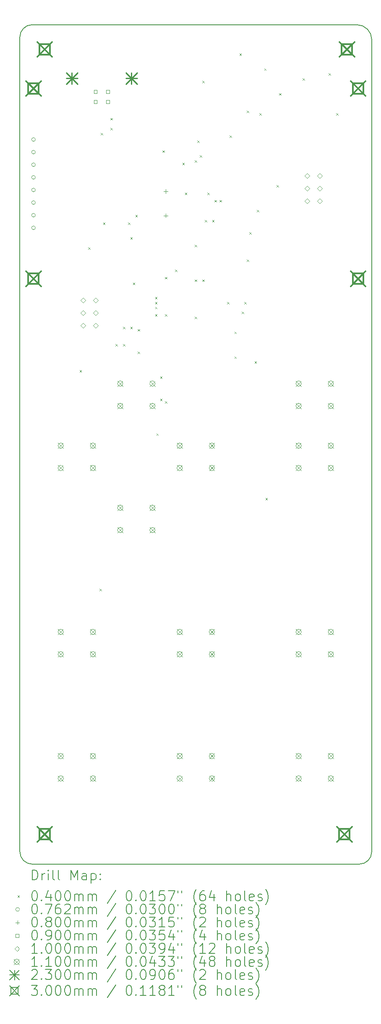
<source format=gbr>
%TF.GenerationSoftware,KiCad,Pcbnew,(6.0.8)*%
%TF.CreationDate,2022-11-03T00:29:43+01:00*%
%TF.ProjectId,crane,6372616e-652e-46b6-9963-61645f706362,rev?*%
%TF.SameCoordinates,Original*%
%TF.FileFunction,Drillmap*%
%TF.FilePolarity,Positive*%
%FSLAX45Y45*%
G04 Gerber Fmt 4.5, Leading zero omitted, Abs format (unit mm)*
G04 Created by KiCad (PCBNEW (6.0.8)) date 2022-11-03 00:29:43*
%MOMM*%
%LPD*%
G01*
G04 APERTURE LIST*
%ADD10C,0.150000*%
%ADD11C,0.200000*%
%ADD12C,0.040000*%
%ADD13C,0.076200*%
%ADD14C,0.080000*%
%ADD15C,0.090000*%
%ADD16C,0.100000*%
%ADD17C,0.110000*%
%ADD18C,0.230000*%
%ADD19C,0.300000*%
G04 APERTURE END LIST*
D10*
X11700000Y-8700000D02*
X18250000Y-8700000D01*
X18550000Y-9000000D02*
G75*
G03*
X18250000Y-8700000I-300000J0D01*
G01*
X18550000Y-9000000D02*
X18550000Y-25350000D01*
X18300000Y-25600000D02*
X11700000Y-25600000D01*
X18300000Y-25600000D02*
G75*
G03*
X18550000Y-25350000I0J250000D01*
G01*
X11700000Y-8700000D02*
G75*
G03*
X11450000Y-8950000I0J-250000D01*
G01*
X11450000Y-25350000D02*
G75*
G03*
X11700000Y-25600000I250000J0D01*
G01*
X11450000Y-25350000D02*
X11450000Y-8950000D01*
D11*
D12*
X12655000Y-15655000D02*
X12695000Y-15695000D01*
X12695000Y-15655000D02*
X12655000Y-15695000D01*
X12830000Y-13180000D02*
X12870000Y-13220000D01*
X12870000Y-13180000D02*
X12830000Y-13220000D01*
X13055000Y-20055000D02*
X13095000Y-20095000D01*
X13095000Y-20055000D02*
X13055000Y-20095000D01*
X13080000Y-10880000D02*
X13120000Y-10920000D01*
X13120000Y-10880000D02*
X13080000Y-10920000D01*
X13130000Y-12680000D02*
X13170000Y-12720000D01*
X13170000Y-12680000D02*
X13130000Y-12720000D01*
X13280000Y-10580000D02*
X13320000Y-10620000D01*
X13320000Y-10580000D02*
X13280000Y-10620000D01*
X13280000Y-10780000D02*
X13320000Y-10820000D01*
X13320000Y-10780000D02*
X13280000Y-10820000D01*
X13380000Y-15130000D02*
X13420000Y-15170000D01*
X13420000Y-15130000D02*
X13380000Y-15170000D01*
X13530000Y-14780000D02*
X13570000Y-14820000D01*
X13570000Y-14780000D02*
X13530000Y-14820000D01*
X13530000Y-15130000D02*
X13570000Y-15170000D01*
X13570000Y-15130000D02*
X13530000Y-15170000D01*
X13630000Y-12680000D02*
X13670000Y-12720000D01*
X13670000Y-12680000D02*
X13630000Y-12720000D01*
X13680000Y-12980000D02*
X13720000Y-13020000D01*
X13720000Y-12980000D02*
X13680000Y-13020000D01*
X13680000Y-14780000D02*
X13720000Y-14820000D01*
X13720000Y-14780000D02*
X13680000Y-14820000D01*
X13730000Y-13892450D02*
X13770000Y-13932450D01*
X13770000Y-13892450D02*
X13730000Y-13932450D01*
X13780000Y-12530000D02*
X13820000Y-12570000D01*
X13820000Y-12530000D02*
X13780000Y-12570000D01*
X13830000Y-14830000D02*
X13870000Y-14870000D01*
X13870000Y-14830000D02*
X13830000Y-14870000D01*
X13830000Y-15280000D02*
X13870000Y-15320000D01*
X13870000Y-15280000D02*
X13830000Y-15320000D01*
X14180000Y-14180000D02*
X14220000Y-14220000D01*
X14220000Y-14180000D02*
X14180000Y-14220000D01*
X14180000Y-14280000D02*
X14220000Y-14320000D01*
X14220000Y-14280000D02*
X14180000Y-14320000D01*
X14180000Y-14380000D02*
X14220000Y-14420000D01*
X14220000Y-14380000D02*
X14180000Y-14420000D01*
X14180000Y-14530000D02*
X14220000Y-14570000D01*
X14220000Y-14530000D02*
X14180000Y-14570000D01*
X14205000Y-16930000D02*
X14245000Y-16970000D01*
X14245000Y-16930000D02*
X14205000Y-16970000D01*
X14280000Y-15780000D02*
X14320000Y-15820000D01*
X14320000Y-15780000D02*
X14280000Y-15820000D01*
X14280000Y-16230000D02*
X14320000Y-16270000D01*
X14320000Y-16230000D02*
X14280000Y-16270000D01*
X14330000Y-11230000D02*
X14370000Y-11270000D01*
X14370000Y-11230000D02*
X14330000Y-11270000D01*
X14380000Y-13780000D02*
X14420000Y-13820000D01*
X14420000Y-13780000D02*
X14380000Y-13820000D01*
X14380000Y-14530000D02*
X14420000Y-14570000D01*
X14420000Y-14530000D02*
X14380000Y-14570000D01*
X14380000Y-16280000D02*
X14420000Y-16320000D01*
X14420000Y-16280000D02*
X14380000Y-16320000D01*
X14580000Y-13630000D02*
X14620000Y-13670000D01*
X14620000Y-13630000D02*
X14580000Y-13670000D01*
X14730000Y-11480000D02*
X14770000Y-11520000D01*
X14770000Y-11480000D02*
X14730000Y-11520000D01*
X14780000Y-12080000D02*
X14820000Y-12120000D01*
X14820000Y-12080000D02*
X14780000Y-12120000D01*
X14980000Y-11430000D02*
X15020000Y-11470000D01*
X15020000Y-11430000D02*
X14980000Y-11470000D01*
X14980000Y-13130000D02*
X15020000Y-13170000D01*
X15020000Y-13130000D02*
X14980000Y-13170000D01*
X14980000Y-13830000D02*
X15020000Y-13870000D01*
X15020000Y-13830000D02*
X14980000Y-13870000D01*
X14980000Y-14580000D02*
X15020000Y-14620000D01*
X15020000Y-14580000D02*
X14980000Y-14620000D01*
X15030000Y-11030000D02*
X15070000Y-11070000D01*
X15070000Y-11030000D02*
X15030000Y-11070000D01*
X15080000Y-11330000D02*
X15120000Y-11370000D01*
X15120000Y-11330000D02*
X15080000Y-11370000D01*
X15130000Y-9830000D02*
X15170000Y-9870000D01*
X15170000Y-9830000D02*
X15130000Y-9870000D01*
X15130000Y-13830000D02*
X15170000Y-13870000D01*
X15170000Y-13830000D02*
X15130000Y-13870000D01*
X15180000Y-12630000D02*
X15220000Y-12670000D01*
X15220000Y-12630000D02*
X15180000Y-12670000D01*
X15230000Y-12080000D02*
X15270000Y-12120000D01*
X15270000Y-12080000D02*
X15230000Y-12120000D01*
X15330000Y-12630000D02*
X15370000Y-12670000D01*
X15370000Y-12630000D02*
X15330000Y-12670000D01*
X15380000Y-12230000D02*
X15420000Y-12270000D01*
X15420000Y-12230000D02*
X15380000Y-12270000D01*
X15480000Y-12230000D02*
X15520000Y-12270000D01*
X15520000Y-12230000D02*
X15480000Y-12270000D01*
X15630000Y-14280000D02*
X15670000Y-14320000D01*
X15670000Y-14280000D02*
X15630000Y-14320000D01*
X15680000Y-10930000D02*
X15720000Y-10970000D01*
X15720000Y-10930000D02*
X15680000Y-10970000D01*
X15780000Y-14880000D02*
X15820000Y-14920000D01*
X15820000Y-14880000D02*
X15780000Y-14920000D01*
X15780000Y-15380000D02*
X15820000Y-15420000D01*
X15820000Y-15380000D02*
X15780000Y-15420000D01*
X15880000Y-9280000D02*
X15920000Y-9320000D01*
X15920000Y-9280000D02*
X15880000Y-9320000D01*
X15930000Y-14480000D02*
X15970000Y-14520000D01*
X15970000Y-14480000D02*
X15930000Y-14520000D01*
X15980000Y-14280000D02*
X16020000Y-14320000D01*
X16020000Y-14280000D02*
X15980000Y-14320000D01*
X16030000Y-10430000D02*
X16070000Y-10470000D01*
X16070000Y-10430000D02*
X16030000Y-10470000D01*
X16030000Y-13430000D02*
X16070000Y-13470000D01*
X16070000Y-13430000D02*
X16030000Y-13470000D01*
X16080000Y-12880000D02*
X16120000Y-12920000D01*
X16120000Y-12880000D02*
X16080000Y-12920000D01*
X16185000Y-15475000D02*
X16225000Y-15515000D01*
X16225000Y-15475000D02*
X16185000Y-15515000D01*
X16230000Y-12430000D02*
X16270000Y-12470000D01*
X16270000Y-12430000D02*
X16230000Y-12470000D01*
X16280000Y-10480000D02*
X16320000Y-10520000D01*
X16320000Y-10480000D02*
X16280000Y-10520000D01*
X16380000Y-9580000D02*
X16420000Y-9620000D01*
X16420000Y-9580000D02*
X16380000Y-9620000D01*
X16405000Y-18230000D02*
X16445000Y-18270000D01*
X16445000Y-18230000D02*
X16405000Y-18270000D01*
X16630000Y-11930000D02*
X16670000Y-11970000D01*
X16670000Y-11930000D02*
X16630000Y-11970000D01*
X16680000Y-10080000D02*
X16720000Y-10120000D01*
X16720000Y-10080000D02*
X16680000Y-10120000D01*
X17155000Y-9780000D02*
X17195000Y-9820000D01*
X17195000Y-9780000D02*
X17155000Y-9820000D01*
X17680000Y-9680000D02*
X17720000Y-9720000D01*
X17720000Y-9680000D02*
X17680000Y-9720000D01*
X17830000Y-10480000D02*
X17870000Y-10520000D01*
X17870000Y-10480000D02*
X17830000Y-10520000D01*
D13*
X11763100Y-11011000D02*
G75*
G03*
X11763100Y-11011000I-38100J0D01*
G01*
X11763100Y-11265000D02*
G75*
G03*
X11763100Y-11265000I-38100J0D01*
G01*
X11763100Y-11519000D02*
G75*
G03*
X11763100Y-11519000I-38100J0D01*
G01*
X11763100Y-11773000D02*
G75*
G03*
X11763100Y-11773000I-38100J0D01*
G01*
X11763100Y-12027000D02*
G75*
G03*
X11763100Y-12027000I-38100J0D01*
G01*
X11763100Y-12281000D02*
G75*
G03*
X11763100Y-12281000I-38100J0D01*
G01*
X11763100Y-12535000D02*
G75*
G03*
X11763100Y-12535000I-38100J0D01*
G01*
X11763100Y-12789000D02*
G75*
G03*
X11763100Y-12789000I-38100J0D01*
G01*
D14*
X14395000Y-12015000D02*
X14395000Y-12095000D01*
X14355000Y-12055000D02*
X14435000Y-12055000D01*
X14395000Y-12503000D02*
X14395000Y-12583000D01*
X14355000Y-12543000D02*
X14435000Y-12543000D01*
D15*
X13006820Y-10081820D02*
X13006820Y-10018180D01*
X12943180Y-10018180D01*
X12943180Y-10081820D01*
X13006820Y-10081820D01*
X13006820Y-10281820D02*
X13006820Y-10218180D01*
X12943180Y-10218180D01*
X12943180Y-10281820D01*
X13006820Y-10281820D01*
X13256820Y-10081820D02*
X13256820Y-10018180D01*
X13193180Y-10018180D01*
X13193180Y-10081820D01*
X13256820Y-10081820D01*
X13256820Y-10281820D02*
X13256820Y-10218180D01*
X13193180Y-10218180D01*
X13193180Y-10281820D01*
X13256820Y-10281820D01*
D16*
X12724750Y-14296500D02*
X12774750Y-14246500D01*
X12724750Y-14196500D01*
X12674750Y-14246500D01*
X12724750Y-14296500D01*
X12724750Y-14550500D02*
X12774750Y-14500500D01*
X12724750Y-14450500D01*
X12674750Y-14500500D01*
X12724750Y-14550500D01*
X12724750Y-14804500D02*
X12774750Y-14754500D01*
X12724750Y-14704500D01*
X12674750Y-14754500D01*
X12724750Y-14804500D01*
X12978750Y-14296500D02*
X13028750Y-14246500D01*
X12978750Y-14196500D01*
X12928750Y-14246500D01*
X12978750Y-14296500D01*
X12978750Y-14550500D02*
X13028750Y-14500500D01*
X12978750Y-14450500D01*
X12928750Y-14500500D01*
X12978750Y-14550500D01*
X12978750Y-14804500D02*
X13028750Y-14754500D01*
X12978750Y-14704500D01*
X12928750Y-14754500D01*
X12978750Y-14804500D01*
X17250000Y-11792000D02*
X17300000Y-11742000D01*
X17250000Y-11692000D01*
X17200000Y-11742000D01*
X17250000Y-11792000D01*
X17250000Y-12046000D02*
X17300000Y-11996000D01*
X17250000Y-11946000D01*
X17200000Y-11996000D01*
X17250000Y-12046000D01*
X17250000Y-12300000D02*
X17300000Y-12250000D01*
X17250000Y-12200000D01*
X17200000Y-12250000D01*
X17250000Y-12300000D01*
X17504000Y-11792000D02*
X17554000Y-11742000D01*
X17504000Y-11692000D01*
X17454000Y-11742000D01*
X17504000Y-11792000D01*
X17504000Y-12046000D02*
X17554000Y-11996000D01*
X17504000Y-11946000D01*
X17454000Y-11996000D01*
X17504000Y-12046000D01*
X17504000Y-12300000D02*
X17554000Y-12250000D01*
X17504000Y-12200000D01*
X17454000Y-12250000D01*
X17504000Y-12300000D01*
D17*
X12220000Y-17120000D02*
X12330000Y-17230000D01*
X12330000Y-17120000D02*
X12220000Y-17230000D01*
X12330000Y-17175000D02*
G75*
G03*
X12330000Y-17175000I-55000J0D01*
G01*
X12220000Y-17570000D02*
X12330000Y-17680000D01*
X12330000Y-17570000D02*
X12220000Y-17680000D01*
X12330000Y-17625000D02*
G75*
G03*
X12330000Y-17625000I-55000J0D01*
G01*
X12220000Y-20870000D02*
X12330000Y-20980000D01*
X12330000Y-20870000D02*
X12220000Y-20980000D01*
X12330000Y-20925000D02*
G75*
G03*
X12330000Y-20925000I-55000J0D01*
G01*
X12220000Y-21320000D02*
X12330000Y-21430000D01*
X12330000Y-21320000D02*
X12220000Y-21430000D01*
X12330000Y-21375000D02*
G75*
G03*
X12330000Y-21375000I-55000J0D01*
G01*
X12220000Y-23370000D02*
X12330000Y-23480000D01*
X12330000Y-23370000D02*
X12220000Y-23480000D01*
X12330000Y-23425000D02*
G75*
G03*
X12330000Y-23425000I-55000J0D01*
G01*
X12220000Y-23820000D02*
X12330000Y-23930000D01*
X12330000Y-23820000D02*
X12220000Y-23930000D01*
X12330000Y-23875000D02*
G75*
G03*
X12330000Y-23875000I-55000J0D01*
G01*
X12870000Y-17120000D02*
X12980000Y-17230000D01*
X12980000Y-17120000D02*
X12870000Y-17230000D01*
X12980000Y-17175000D02*
G75*
G03*
X12980000Y-17175000I-55000J0D01*
G01*
X12870000Y-17570000D02*
X12980000Y-17680000D01*
X12980000Y-17570000D02*
X12870000Y-17680000D01*
X12980000Y-17625000D02*
G75*
G03*
X12980000Y-17625000I-55000J0D01*
G01*
X12870000Y-20870000D02*
X12980000Y-20980000D01*
X12980000Y-20870000D02*
X12870000Y-20980000D01*
X12980000Y-20925000D02*
G75*
G03*
X12980000Y-20925000I-55000J0D01*
G01*
X12870000Y-21320000D02*
X12980000Y-21430000D01*
X12980000Y-21320000D02*
X12870000Y-21430000D01*
X12980000Y-21375000D02*
G75*
G03*
X12980000Y-21375000I-55000J0D01*
G01*
X12870000Y-23370000D02*
X12980000Y-23480000D01*
X12980000Y-23370000D02*
X12870000Y-23480000D01*
X12980000Y-23425000D02*
G75*
G03*
X12980000Y-23425000I-55000J0D01*
G01*
X12870000Y-23820000D02*
X12980000Y-23930000D01*
X12980000Y-23820000D02*
X12870000Y-23930000D01*
X12980000Y-23875000D02*
G75*
G03*
X12980000Y-23875000I-55000J0D01*
G01*
X13420000Y-15870000D02*
X13530000Y-15980000D01*
X13530000Y-15870000D02*
X13420000Y-15980000D01*
X13530000Y-15925000D02*
G75*
G03*
X13530000Y-15925000I-55000J0D01*
G01*
X13420000Y-16320000D02*
X13530000Y-16430000D01*
X13530000Y-16320000D02*
X13420000Y-16430000D01*
X13530000Y-16375000D02*
G75*
G03*
X13530000Y-16375000I-55000J0D01*
G01*
X13420000Y-18370000D02*
X13530000Y-18480000D01*
X13530000Y-18370000D02*
X13420000Y-18480000D01*
X13530000Y-18425000D02*
G75*
G03*
X13530000Y-18425000I-55000J0D01*
G01*
X13420000Y-18820000D02*
X13530000Y-18930000D01*
X13530000Y-18820000D02*
X13420000Y-18930000D01*
X13530000Y-18875000D02*
G75*
G03*
X13530000Y-18875000I-55000J0D01*
G01*
X14070000Y-15870000D02*
X14180000Y-15980000D01*
X14180000Y-15870000D02*
X14070000Y-15980000D01*
X14180000Y-15925000D02*
G75*
G03*
X14180000Y-15925000I-55000J0D01*
G01*
X14070000Y-16320000D02*
X14180000Y-16430000D01*
X14180000Y-16320000D02*
X14070000Y-16430000D01*
X14180000Y-16375000D02*
G75*
G03*
X14180000Y-16375000I-55000J0D01*
G01*
X14070000Y-18370000D02*
X14180000Y-18480000D01*
X14180000Y-18370000D02*
X14070000Y-18480000D01*
X14180000Y-18425000D02*
G75*
G03*
X14180000Y-18425000I-55000J0D01*
G01*
X14070000Y-18820000D02*
X14180000Y-18930000D01*
X14180000Y-18820000D02*
X14070000Y-18930000D01*
X14180000Y-18875000D02*
G75*
G03*
X14180000Y-18875000I-55000J0D01*
G01*
X14620000Y-17120000D02*
X14730000Y-17230000D01*
X14730000Y-17120000D02*
X14620000Y-17230000D01*
X14730000Y-17175000D02*
G75*
G03*
X14730000Y-17175000I-55000J0D01*
G01*
X14620000Y-17570000D02*
X14730000Y-17680000D01*
X14730000Y-17570000D02*
X14620000Y-17680000D01*
X14730000Y-17625000D02*
G75*
G03*
X14730000Y-17625000I-55000J0D01*
G01*
X14620000Y-20870000D02*
X14730000Y-20980000D01*
X14730000Y-20870000D02*
X14620000Y-20980000D01*
X14730000Y-20925000D02*
G75*
G03*
X14730000Y-20925000I-55000J0D01*
G01*
X14620000Y-21320000D02*
X14730000Y-21430000D01*
X14730000Y-21320000D02*
X14620000Y-21430000D01*
X14730000Y-21375000D02*
G75*
G03*
X14730000Y-21375000I-55000J0D01*
G01*
X14620000Y-23370000D02*
X14730000Y-23480000D01*
X14730000Y-23370000D02*
X14620000Y-23480000D01*
X14730000Y-23425000D02*
G75*
G03*
X14730000Y-23425000I-55000J0D01*
G01*
X14620000Y-23820000D02*
X14730000Y-23930000D01*
X14730000Y-23820000D02*
X14620000Y-23930000D01*
X14730000Y-23875000D02*
G75*
G03*
X14730000Y-23875000I-55000J0D01*
G01*
X15270000Y-17120000D02*
X15380000Y-17230000D01*
X15380000Y-17120000D02*
X15270000Y-17230000D01*
X15380000Y-17175000D02*
G75*
G03*
X15380000Y-17175000I-55000J0D01*
G01*
X15270000Y-17570000D02*
X15380000Y-17680000D01*
X15380000Y-17570000D02*
X15270000Y-17680000D01*
X15380000Y-17625000D02*
G75*
G03*
X15380000Y-17625000I-55000J0D01*
G01*
X15270000Y-20870000D02*
X15380000Y-20980000D01*
X15380000Y-20870000D02*
X15270000Y-20980000D01*
X15380000Y-20925000D02*
G75*
G03*
X15380000Y-20925000I-55000J0D01*
G01*
X15270000Y-21320000D02*
X15380000Y-21430000D01*
X15380000Y-21320000D02*
X15270000Y-21430000D01*
X15380000Y-21375000D02*
G75*
G03*
X15380000Y-21375000I-55000J0D01*
G01*
X15270000Y-23370000D02*
X15380000Y-23480000D01*
X15380000Y-23370000D02*
X15270000Y-23480000D01*
X15380000Y-23425000D02*
G75*
G03*
X15380000Y-23425000I-55000J0D01*
G01*
X15270000Y-23820000D02*
X15380000Y-23930000D01*
X15380000Y-23820000D02*
X15270000Y-23930000D01*
X15380000Y-23875000D02*
G75*
G03*
X15380000Y-23875000I-55000J0D01*
G01*
X17020000Y-15870000D02*
X17130000Y-15980000D01*
X17130000Y-15870000D02*
X17020000Y-15980000D01*
X17130000Y-15925000D02*
G75*
G03*
X17130000Y-15925000I-55000J0D01*
G01*
X17020000Y-16320000D02*
X17130000Y-16430000D01*
X17130000Y-16320000D02*
X17020000Y-16430000D01*
X17130000Y-16375000D02*
G75*
G03*
X17130000Y-16375000I-55000J0D01*
G01*
X17020000Y-17120000D02*
X17130000Y-17230000D01*
X17130000Y-17120000D02*
X17020000Y-17230000D01*
X17130000Y-17175000D02*
G75*
G03*
X17130000Y-17175000I-55000J0D01*
G01*
X17020000Y-17570000D02*
X17130000Y-17680000D01*
X17130000Y-17570000D02*
X17020000Y-17680000D01*
X17130000Y-17625000D02*
G75*
G03*
X17130000Y-17625000I-55000J0D01*
G01*
X17020000Y-20870000D02*
X17130000Y-20980000D01*
X17130000Y-20870000D02*
X17020000Y-20980000D01*
X17130000Y-20925000D02*
G75*
G03*
X17130000Y-20925000I-55000J0D01*
G01*
X17020000Y-21320000D02*
X17130000Y-21430000D01*
X17130000Y-21320000D02*
X17020000Y-21430000D01*
X17130000Y-21375000D02*
G75*
G03*
X17130000Y-21375000I-55000J0D01*
G01*
X17020000Y-23370000D02*
X17130000Y-23480000D01*
X17130000Y-23370000D02*
X17020000Y-23480000D01*
X17130000Y-23425000D02*
G75*
G03*
X17130000Y-23425000I-55000J0D01*
G01*
X17020000Y-23820000D02*
X17130000Y-23930000D01*
X17130000Y-23820000D02*
X17020000Y-23930000D01*
X17130000Y-23875000D02*
G75*
G03*
X17130000Y-23875000I-55000J0D01*
G01*
X17670000Y-15870000D02*
X17780000Y-15980000D01*
X17780000Y-15870000D02*
X17670000Y-15980000D01*
X17780000Y-15925000D02*
G75*
G03*
X17780000Y-15925000I-55000J0D01*
G01*
X17670000Y-16320000D02*
X17780000Y-16430000D01*
X17780000Y-16320000D02*
X17670000Y-16430000D01*
X17780000Y-16375000D02*
G75*
G03*
X17780000Y-16375000I-55000J0D01*
G01*
X17670000Y-17120000D02*
X17780000Y-17230000D01*
X17780000Y-17120000D02*
X17670000Y-17230000D01*
X17780000Y-17175000D02*
G75*
G03*
X17780000Y-17175000I-55000J0D01*
G01*
X17670000Y-17570000D02*
X17780000Y-17680000D01*
X17780000Y-17570000D02*
X17670000Y-17680000D01*
X17780000Y-17625000D02*
G75*
G03*
X17780000Y-17625000I-55000J0D01*
G01*
X17670000Y-20870000D02*
X17780000Y-20980000D01*
X17780000Y-20870000D02*
X17670000Y-20980000D01*
X17780000Y-20925000D02*
G75*
G03*
X17780000Y-20925000I-55000J0D01*
G01*
X17670000Y-21320000D02*
X17780000Y-21430000D01*
X17780000Y-21320000D02*
X17670000Y-21430000D01*
X17780000Y-21375000D02*
G75*
G03*
X17780000Y-21375000I-55000J0D01*
G01*
X17670000Y-23370000D02*
X17780000Y-23480000D01*
X17780000Y-23370000D02*
X17670000Y-23480000D01*
X17780000Y-23425000D02*
G75*
G03*
X17780000Y-23425000I-55000J0D01*
G01*
X17670000Y-23820000D02*
X17780000Y-23930000D01*
X17780000Y-23820000D02*
X17670000Y-23930000D01*
X17780000Y-23875000D02*
G75*
G03*
X17780000Y-23875000I-55000J0D01*
G01*
D18*
X12383000Y-9665000D02*
X12613000Y-9895000D01*
X12613000Y-9665000D02*
X12383000Y-9895000D01*
X12498000Y-9665000D02*
X12498000Y-9895000D01*
X12383000Y-9780000D02*
X12613000Y-9780000D01*
X13587000Y-9665000D02*
X13817000Y-9895000D01*
X13817000Y-9665000D02*
X13587000Y-9895000D01*
X13702000Y-9665000D02*
X13702000Y-9895000D01*
X13587000Y-9780000D02*
X13817000Y-9780000D01*
D19*
X11575000Y-9835000D02*
X11875000Y-10135000D01*
X11875000Y-9835000D02*
X11575000Y-10135000D01*
X11831067Y-10091067D02*
X11831067Y-9878933D01*
X11618933Y-9878933D01*
X11618933Y-10091067D01*
X11831067Y-10091067D01*
X11575000Y-13665000D02*
X11875000Y-13965000D01*
X11875000Y-13665000D02*
X11575000Y-13965000D01*
X11831067Y-13921067D02*
X11831067Y-13708933D01*
X11618933Y-13708933D01*
X11618933Y-13921067D01*
X11831067Y-13921067D01*
X11800000Y-9050000D02*
X12100000Y-9350000D01*
X12100000Y-9050000D02*
X11800000Y-9350000D01*
X12056067Y-9306067D02*
X12056067Y-9093933D01*
X11843933Y-9093933D01*
X11843933Y-9306067D01*
X12056067Y-9306067D01*
X11800000Y-24850000D02*
X12100000Y-25150000D01*
X12100000Y-24850000D02*
X11800000Y-25150000D01*
X12056067Y-25106067D02*
X12056067Y-24893933D01*
X11843933Y-24893933D01*
X11843933Y-25106067D01*
X12056067Y-25106067D01*
X17850000Y-24850000D02*
X18150000Y-25150000D01*
X18150000Y-24850000D02*
X17850000Y-25150000D01*
X18106067Y-25106067D02*
X18106067Y-24893933D01*
X17893933Y-24893933D01*
X17893933Y-25106067D01*
X18106067Y-25106067D01*
X17900000Y-9050000D02*
X18200000Y-9350000D01*
X18200000Y-9050000D02*
X17900000Y-9350000D01*
X18156067Y-9306067D02*
X18156067Y-9093933D01*
X17943933Y-9093933D01*
X17943933Y-9306067D01*
X18156067Y-9306067D01*
X18125000Y-9835000D02*
X18425000Y-10135000D01*
X18425000Y-9835000D02*
X18125000Y-10135000D01*
X18381067Y-10091067D02*
X18381067Y-9878933D01*
X18168933Y-9878933D01*
X18168933Y-10091067D01*
X18381067Y-10091067D01*
X18125000Y-13665000D02*
X18425000Y-13965000D01*
X18425000Y-13665000D02*
X18125000Y-13965000D01*
X18381067Y-13921067D02*
X18381067Y-13708933D01*
X18168933Y-13708933D01*
X18168933Y-13921067D01*
X18381067Y-13921067D01*
D11*
X11700119Y-25917976D02*
X11700119Y-25717976D01*
X11747738Y-25717976D01*
X11776309Y-25727500D01*
X11795357Y-25746548D01*
X11804881Y-25765595D01*
X11814405Y-25803690D01*
X11814405Y-25832262D01*
X11804881Y-25870357D01*
X11795357Y-25889405D01*
X11776309Y-25908452D01*
X11747738Y-25917976D01*
X11700119Y-25917976D01*
X11900119Y-25917976D02*
X11900119Y-25784643D01*
X11900119Y-25822738D02*
X11909643Y-25803690D01*
X11919167Y-25794167D01*
X11938214Y-25784643D01*
X11957262Y-25784643D01*
X12023928Y-25917976D02*
X12023928Y-25784643D01*
X12023928Y-25717976D02*
X12014405Y-25727500D01*
X12023928Y-25737024D01*
X12033452Y-25727500D01*
X12023928Y-25717976D01*
X12023928Y-25737024D01*
X12147738Y-25917976D02*
X12128690Y-25908452D01*
X12119167Y-25889405D01*
X12119167Y-25717976D01*
X12252500Y-25917976D02*
X12233452Y-25908452D01*
X12223928Y-25889405D01*
X12223928Y-25717976D01*
X12481071Y-25917976D02*
X12481071Y-25717976D01*
X12547738Y-25860833D01*
X12614405Y-25717976D01*
X12614405Y-25917976D01*
X12795357Y-25917976D02*
X12795357Y-25813214D01*
X12785833Y-25794167D01*
X12766786Y-25784643D01*
X12728690Y-25784643D01*
X12709643Y-25794167D01*
X12795357Y-25908452D02*
X12776309Y-25917976D01*
X12728690Y-25917976D01*
X12709643Y-25908452D01*
X12700119Y-25889405D01*
X12700119Y-25870357D01*
X12709643Y-25851309D01*
X12728690Y-25841786D01*
X12776309Y-25841786D01*
X12795357Y-25832262D01*
X12890595Y-25784643D02*
X12890595Y-25984643D01*
X12890595Y-25794167D02*
X12909643Y-25784643D01*
X12947738Y-25784643D01*
X12966786Y-25794167D01*
X12976309Y-25803690D01*
X12985833Y-25822738D01*
X12985833Y-25879881D01*
X12976309Y-25898928D01*
X12966786Y-25908452D01*
X12947738Y-25917976D01*
X12909643Y-25917976D01*
X12890595Y-25908452D01*
X13071548Y-25898928D02*
X13081071Y-25908452D01*
X13071548Y-25917976D01*
X13062024Y-25908452D01*
X13071548Y-25898928D01*
X13071548Y-25917976D01*
X13071548Y-25794167D02*
X13081071Y-25803690D01*
X13071548Y-25813214D01*
X13062024Y-25803690D01*
X13071548Y-25794167D01*
X13071548Y-25813214D01*
D12*
X11402500Y-26227500D02*
X11442500Y-26267500D01*
X11442500Y-26227500D02*
X11402500Y-26267500D01*
D11*
X11738214Y-26137976D02*
X11757262Y-26137976D01*
X11776309Y-26147500D01*
X11785833Y-26157024D01*
X11795357Y-26176071D01*
X11804881Y-26214167D01*
X11804881Y-26261786D01*
X11795357Y-26299881D01*
X11785833Y-26318928D01*
X11776309Y-26328452D01*
X11757262Y-26337976D01*
X11738214Y-26337976D01*
X11719167Y-26328452D01*
X11709643Y-26318928D01*
X11700119Y-26299881D01*
X11690595Y-26261786D01*
X11690595Y-26214167D01*
X11700119Y-26176071D01*
X11709643Y-26157024D01*
X11719167Y-26147500D01*
X11738214Y-26137976D01*
X11890595Y-26318928D02*
X11900119Y-26328452D01*
X11890595Y-26337976D01*
X11881071Y-26328452D01*
X11890595Y-26318928D01*
X11890595Y-26337976D01*
X12071548Y-26204643D02*
X12071548Y-26337976D01*
X12023928Y-26128452D02*
X11976309Y-26271309D01*
X12100119Y-26271309D01*
X12214405Y-26137976D02*
X12233452Y-26137976D01*
X12252500Y-26147500D01*
X12262024Y-26157024D01*
X12271548Y-26176071D01*
X12281071Y-26214167D01*
X12281071Y-26261786D01*
X12271548Y-26299881D01*
X12262024Y-26318928D01*
X12252500Y-26328452D01*
X12233452Y-26337976D01*
X12214405Y-26337976D01*
X12195357Y-26328452D01*
X12185833Y-26318928D01*
X12176309Y-26299881D01*
X12166786Y-26261786D01*
X12166786Y-26214167D01*
X12176309Y-26176071D01*
X12185833Y-26157024D01*
X12195357Y-26147500D01*
X12214405Y-26137976D01*
X12404881Y-26137976D02*
X12423928Y-26137976D01*
X12442976Y-26147500D01*
X12452500Y-26157024D01*
X12462024Y-26176071D01*
X12471548Y-26214167D01*
X12471548Y-26261786D01*
X12462024Y-26299881D01*
X12452500Y-26318928D01*
X12442976Y-26328452D01*
X12423928Y-26337976D01*
X12404881Y-26337976D01*
X12385833Y-26328452D01*
X12376309Y-26318928D01*
X12366786Y-26299881D01*
X12357262Y-26261786D01*
X12357262Y-26214167D01*
X12366786Y-26176071D01*
X12376309Y-26157024D01*
X12385833Y-26147500D01*
X12404881Y-26137976D01*
X12557262Y-26337976D02*
X12557262Y-26204643D01*
X12557262Y-26223690D02*
X12566786Y-26214167D01*
X12585833Y-26204643D01*
X12614405Y-26204643D01*
X12633452Y-26214167D01*
X12642976Y-26233214D01*
X12642976Y-26337976D01*
X12642976Y-26233214D02*
X12652500Y-26214167D01*
X12671548Y-26204643D01*
X12700119Y-26204643D01*
X12719167Y-26214167D01*
X12728690Y-26233214D01*
X12728690Y-26337976D01*
X12823928Y-26337976D02*
X12823928Y-26204643D01*
X12823928Y-26223690D02*
X12833452Y-26214167D01*
X12852500Y-26204643D01*
X12881071Y-26204643D01*
X12900119Y-26214167D01*
X12909643Y-26233214D01*
X12909643Y-26337976D01*
X12909643Y-26233214D02*
X12919167Y-26214167D01*
X12938214Y-26204643D01*
X12966786Y-26204643D01*
X12985833Y-26214167D01*
X12995357Y-26233214D01*
X12995357Y-26337976D01*
X13385833Y-26128452D02*
X13214405Y-26385595D01*
X13642976Y-26137976D02*
X13662024Y-26137976D01*
X13681071Y-26147500D01*
X13690595Y-26157024D01*
X13700119Y-26176071D01*
X13709643Y-26214167D01*
X13709643Y-26261786D01*
X13700119Y-26299881D01*
X13690595Y-26318928D01*
X13681071Y-26328452D01*
X13662024Y-26337976D01*
X13642976Y-26337976D01*
X13623928Y-26328452D01*
X13614405Y-26318928D01*
X13604881Y-26299881D01*
X13595357Y-26261786D01*
X13595357Y-26214167D01*
X13604881Y-26176071D01*
X13614405Y-26157024D01*
X13623928Y-26147500D01*
X13642976Y-26137976D01*
X13795357Y-26318928D02*
X13804881Y-26328452D01*
X13795357Y-26337976D01*
X13785833Y-26328452D01*
X13795357Y-26318928D01*
X13795357Y-26337976D01*
X13928690Y-26137976D02*
X13947738Y-26137976D01*
X13966786Y-26147500D01*
X13976309Y-26157024D01*
X13985833Y-26176071D01*
X13995357Y-26214167D01*
X13995357Y-26261786D01*
X13985833Y-26299881D01*
X13976309Y-26318928D01*
X13966786Y-26328452D01*
X13947738Y-26337976D01*
X13928690Y-26337976D01*
X13909643Y-26328452D01*
X13900119Y-26318928D01*
X13890595Y-26299881D01*
X13881071Y-26261786D01*
X13881071Y-26214167D01*
X13890595Y-26176071D01*
X13900119Y-26157024D01*
X13909643Y-26147500D01*
X13928690Y-26137976D01*
X14185833Y-26337976D02*
X14071548Y-26337976D01*
X14128690Y-26337976D02*
X14128690Y-26137976D01*
X14109643Y-26166548D01*
X14090595Y-26185595D01*
X14071548Y-26195119D01*
X14366786Y-26137976D02*
X14271548Y-26137976D01*
X14262024Y-26233214D01*
X14271548Y-26223690D01*
X14290595Y-26214167D01*
X14338214Y-26214167D01*
X14357262Y-26223690D01*
X14366786Y-26233214D01*
X14376309Y-26252262D01*
X14376309Y-26299881D01*
X14366786Y-26318928D01*
X14357262Y-26328452D01*
X14338214Y-26337976D01*
X14290595Y-26337976D01*
X14271548Y-26328452D01*
X14262024Y-26318928D01*
X14442976Y-26137976D02*
X14576309Y-26137976D01*
X14490595Y-26337976D01*
X14642976Y-26137976D02*
X14642976Y-26176071D01*
X14719167Y-26137976D02*
X14719167Y-26176071D01*
X15014405Y-26414167D02*
X15004881Y-26404643D01*
X14985833Y-26376071D01*
X14976309Y-26357024D01*
X14966786Y-26328452D01*
X14957262Y-26280833D01*
X14957262Y-26242738D01*
X14966786Y-26195119D01*
X14976309Y-26166548D01*
X14985833Y-26147500D01*
X15004881Y-26118928D01*
X15014405Y-26109405D01*
X15176309Y-26137976D02*
X15138214Y-26137976D01*
X15119167Y-26147500D01*
X15109643Y-26157024D01*
X15090595Y-26185595D01*
X15081071Y-26223690D01*
X15081071Y-26299881D01*
X15090595Y-26318928D01*
X15100119Y-26328452D01*
X15119167Y-26337976D01*
X15157262Y-26337976D01*
X15176309Y-26328452D01*
X15185833Y-26318928D01*
X15195357Y-26299881D01*
X15195357Y-26252262D01*
X15185833Y-26233214D01*
X15176309Y-26223690D01*
X15157262Y-26214167D01*
X15119167Y-26214167D01*
X15100119Y-26223690D01*
X15090595Y-26233214D01*
X15081071Y-26252262D01*
X15366786Y-26204643D02*
X15366786Y-26337976D01*
X15319167Y-26128452D02*
X15271548Y-26271309D01*
X15395357Y-26271309D01*
X15623928Y-26337976D02*
X15623928Y-26137976D01*
X15709643Y-26337976D02*
X15709643Y-26233214D01*
X15700119Y-26214167D01*
X15681071Y-26204643D01*
X15652500Y-26204643D01*
X15633452Y-26214167D01*
X15623928Y-26223690D01*
X15833452Y-26337976D02*
X15814405Y-26328452D01*
X15804881Y-26318928D01*
X15795357Y-26299881D01*
X15795357Y-26242738D01*
X15804881Y-26223690D01*
X15814405Y-26214167D01*
X15833452Y-26204643D01*
X15862024Y-26204643D01*
X15881071Y-26214167D01*
X15890595Y-26223690D01*
X15900119Y-26242738D01*
X15900119Y-26299881D01*
X15890595Y-26318928D01*
X15881071Y-26328452D01*
X15862024Y-26337976D01*
X15833452Y-26337976D01*
X16014405Y-26337976D02*
X15995357Y-26328452D01*
X15985833Y-26309405D01*
X15985833Y-26137976D01*
X16166786Y-26328452D02*
X16147738Y-26337976D01*
X16109643Y-26337976D01*
X16090595Y-26328452D01*
X16081071Y-26309405D01*
X16081071Y-26233214D01*
X16090595Y-26214167D01*
X16109643Y-26204643D01*
X16147738Y-26204643D01*
X16166786Y-26214167D01*
X16176309Y-26233214D01*
X16176309Y-26252262D01*
X16081071Y-26271309D01*
X16252500Y-26328452D02*
X16271548Y-26337976D01*
X16309643Y-26337976D01*
X16328690Y-26328452D01*
X16338214Y-26309405D01*
X16338214Y-26299881D01*
X16328690Y-26280833D01*
X16309643Y-26271309D01*
X16281071Y-26271309D01*
X16262024Y-26261786D01*
X16252500Y-26242738D01*
X16252500Y-26233214D01*
X16262024Y-26214167D01*
X16281071Y-26204643D01*
X16309643Y-26204643D01*
X16328690Y-26214167D01*
X16404881Y-26414167D02*
X16414405Y-26404643D01*
X16433452Y-26376071D01*
X16442976Y-26357024D01*
X16452500Y-26328452D01*
X16462024Y-26280833D01*
X16462024Y-26242738D01*
X16452500Y-26195119D01*
X16442976Y-26166548D01*
X16433452Y-26147500D01*
X16414405Y-26118928D01*
X16404881Y-26109405D01*
D13*
X11442500Y-26511500D02*
G75*
G03*
X11442500Y-26511500I-38100J0D01*
G01*
D11*
X11738214Y-26401976D02*
X11757262Y-26401976D01*
X11776309Y-26411500D01*
X11785833Y-26421024D01*
X11795357Y-26440071D01*
X11804881Y-26478167D01*
X11804881Y-26525786D01*
X11795357Y-26563881D01*
X11785833Y-26582928D01*
X11776309Y-26592452D01*
X11757262Y-26601976D01*
X11738214Y-26601976D01*
X11719167Y-26592452D01*
X11709643Y-26582928D01*
X11700119Y-26563881D01*
X11690595Y-26525786D01*
X11690595Y-26478167D01*
X11700119Y-26440071D01*
X11709643Y-26421024D01*
X11719167Y-26411500D01*
X11738214Y-26401976D01*
X11890595Y-26582928D02*
X11900119Y-26592452D01*
X11890595Y-26601976D01*
X11881071Y-26592452D01*
X11890595Y-26582928D01*
X11890595Y-26601976D01*
X11966786Y-26401976D02*
X12100119Y-26401976D01*
X12014405Y-26601976D01*
X12262024Y-26401976D02*
X12223928Y-26401976D01*
X12204881Y-26411500D01*
X12195357Y-26421024D01*
X12176309Y-26449595D01*
X12166786Y-26487690D01*
X12166786Y-26563881D01*
X12176309Y-26582928D01*
X12185833Y-26592452D01*
X12204881Y-26601976D01*
X12242976Y-26601976D01*
X12262024Y-26592452D01*
X12271548Y-26582928D01*
X12281071Y-26563881D01*
X12281071Y-26516262D01*
X12271548Y-26497214D01*
X12262024Y-26487690D01*
X12242976Y-26478167D01*
X12204881Y-26478167D01*
X12185833Y-26487690D01*
X12176309Y-26497214D01*
X12166786Y-26516262D01*
X12357262Y-26421024D02*
X12366786Y-26411500D01*
X12385833Y-26401976D01*
X12433452Y-26401976D01*
X12452500Y-26411500D01*
X12462024Y-26421024D01*
X12471548Y-26440071D01*
X12471548Y-26459119D01*
X12462024Y-26487690D01*
X12347738Y-26601976D01*
X12471548Y-26601976D01*
X12557262Y-26601976D02*
X12557262Y-26468643D01*
X12557262Y-26487690D02*
X12566786Y-26478167D01*
X12585833Y-26468643D01*
X12614405Y-26468643D01*
X12633452Y-26478167D01*
X12642976Y-26497214D01*
X12642976Y-26601976D01*
X12642976Y-26497214D02*
X12652500Y-26478167D01*
X12671548Y-26468643D01*
X12700119Y-26468643D01*
X12719167Y-26478167D01*
X12728690Y-26497214D01*
X12728690Y-26601976D01*
X12823928Y-26601976D02*
X12823928Y-26468643D01*
X12823928Y-26487690D02*
X12833452Y-26478167D01*
X12852500Y-26468643D01*
X12881071Y-26468643D01*
X12900119Y-26478167D01*
X12909643Y-26497214D01*
X12909643Y-26601976D01*
X12909643Y-26497214D02*
X12919167Y-26478167D01*
X12938214Y-26468643D01*
X12966786Y-26468643D01*
X12985833Y-26478167D01*
X12995357Y-26497214D01*
X12995357Y-26601976D01*
X13385833Y-26392452D02*
X13214405Y-26649595D01*
X13642976Y-26401976D02*
X13662024Y-26401976D01*
X13681071Y-26411500D01*
X13690595Y-26421024D01*
X13700119Y-26440071D01*
X13709643Y-26478167D01*
X13709643Y-26525786D01*
X13700119Y-26563881D01*
X13690595Y-26582928D01*
X13681071Y-26592452D01*
X13662024Y-26601976D01*
X13642976Y-26601976D01*
X13623928Y-26592452D01*
X13614405Y-26582928D01*
X13604881Y-26563881D01*
X13595357Y-26525786D01*
X13595357Y-26478167D01*
X13604881Y-26440071D01*
X13614405Y-26421024D01*
X13623928Y-26411500D01*
X13642976Y-26401976D01*
X13795357Y-26582928D02*
X13804881Y-26592452D01*
X13795357Y-26601976D01*
X13785833Y-26592452D01*
X13795357Y-26582928D01*
X13795357Y-26601976D01*
X13928690Y-26401976D02*
X13947738Y-26401976D01*
X13966786Y-26411500D01*
X13976309Y-26421024D01*
X13985833Y-26440071D01*
X13995357Y-26478167D01*
X13995357Y-26525786D01*
X13985833Y-26563881D01*
X13976309Y-26582928D01*
X13966786Y-26592452D01*
X13947738Y-26601976D01*
X13928690Y-26601976D01*
X13909643Y-26592452D01*
X13900119Y-26582928D01*
X13890595Y-26563881D01*
X13881071Y-26525786D01*
X13881071Y-26478167D01*
X13890595Y-26440071D01*
X13900119Y-26421024D01*
X13909643Y-26411500D01*
X13928690Y-26401976D01*
X14062024Y-26401976D02*
X14185833Y-26401976D01*
X14119167Y-26478167D01*
X14147738Y-26478167D01*
X14166786Y-26487690D01*
X14176309Y-26497214D01*
X14185833Y-26516262D01*
X14185833Y-26563881D01*
X14176309Y-26582928D01*
X14166786Y-26592452D01*
X14147738Y-26601976D01*
X14090595Y-26601976D01*
X14071548Y-26592452D01*
X14062024Y-26582928D01*
X14309643Y-26401976D02*
X14328690Y-26401976D01*
X14347738Y-26411500D01*
X14357262Y-26421024D01*
X14366786Y-26440071D01*
X14376309Y-26478167D01*
X14376309Y-26525786D01*
X14366786Y-26563881D01*
X14357262Y-26582928D01*
X14347738Y-26592452D01*
X14328690Y-26601976D01*
X14309643Y-26601976D01*
X14290595Y-26592452D01*
X14281071Y-26582928D01*
X14271548Y-26563881D01*
X14262024Y-26525786D01*
X14262024Y-26478167D01*
X14271548Y-26440071D01*
X14281071Y-26421024D01*
X14290595Y-26411500D01*
X14309643Y-26401976D01*
X14500119Y-26401976D02*
X14519167Y-26401976D01*
X14538214Y-26411500D01*
X14547738Y-26421024D01*
X14557262Y-26440071D01*
X14566786Y-26478167D01*
X14566786Y-26525786D01*
X14557262Y-26563881D01*
X14547738Y-26582928D01*
X14538214Y-26592452D01*
X14519167Y-26601976D01*
X14500119Y-26601976D01*
X14481071Y-26592452D01*
X14471548Y-26582928D01*
X14462024Y-26563881D01*
X14452500Y-26525786D01*
X14452500Y-26478167D01*
X14462024Y-26440071D01*
X14471548Y-26421024D01*
X14481071Y-26411500D01*
X14500119Y-26401976D01*
X14642976Y-26401976D02*
X14642976Y-26440071D01*
X14719167Y-26401976D02*
X14719167Y-26440071D01*
X15014405Y-26678167D02*
X15004881Y-26668643D01*
X14985833Y-26640071D01*
X14976309Y-26621024D01*
X14966786Y-26592452D01*
X14957262Y-26544833D01*
X14957262Y-26506738D01*
X14966786Y-26459119D01*
X14976309Y-26430548D01*
X14985833Y-26411500D01*
X15004881Y-26382928D01*
X15014405Y-26373405D01*
X15119167Y-26487690D02*
X15100119Y-26478167D01*
X15090595Y-26468643D01*
X15081071Y-26449595D01*
X15081071Y-26440071D01*
X15090595Y-26421024D01*
X15100119Y-26411500D01*
X15119167Y-26401976D01*
X15157262Y-26401976D01*
X15176309Y-26411500D01*
X15185833Y-26421024D01*
X15195357Y-26440071D01*
X15195357Y-26449595D01*
X15185833Y-26468643D01*
X15176309Y-26478167D01*
X15157262Y-26487690D01*
X15119167Y-26487690D01*
X15100119Y-26497214D01*
X15090595Y-26506738D01*
X15081071Y-26525786D01*
X15081071Y-26563881D01*
X15090595Y-26582928D01*
X15100119Y-26592452D01*
X15119167Y-26601976D01*
X15157262Y-26601976D01*
X15176309Y-26592452D01*
X15185833Y-26582928D01*
X15195357Y-26563881D01*
X15195357Y-26525786D01*
X15185833Y-26506738D01*
X15176309Y-26497214D01*
X15157262Y-26487690D01*
X15433452Y-26601976D02*
X15433452Y-26401976D01*
X15519167Y-26601976D02*
X15519167Y-26497214D01*
X15509643Y-26478167D01*
X15490595Y-26468643D01*
X15462024Y-26468643D01*
X15442976Y-26478167D01*
X15433452Y-26487690D01*
X15642976Y-26601976D02*
X15623928Y-26592452D01*
X15614405Y-26582928D01*
X15604881Y-26563881D01*
X15604881Y-26506738D01*
X15614405Y-26487690D01*
X15623928Y-26478167D01*
X15642976Y-26468643D01*
X15671548Y-26468643D01*
X15690595Y-26478167D01*
X15700119Y-26487690D01*
X15709643Y-26506738D01*
X15709643Y-26563881D01*
X15700119Y-26582928D01*
X15690595Y-26592452D01*
X15671548Y-26601976D01*
X15642976Y-26601976D01*
X15823928Y-26601976D02*
X15804881Y-26592452D01*
X15795357Y-26573405D01*
X15795357Y-26401976D01*
X15976309Y-26592452D02*
X15957262Y-26601976D01*
X15919167Y-26601976D01*
X15900119Y-26592452D01*
X15890595Y-26573405D01*
X15890595Y-26497214D01*
X15900119Y-26478167D01*
X15919167Y-26468643D01*
X15957262Y-26468643D01*
X15976309Y-26478167D01*
X15985833Y-26497214D01*
X15985833Y-26516262D01*
X15890595Y-26535309D01*
X16062024Y-26592452D02*
X16081071Y-26601976D01*
X16119167Y-26601976D01*
X16138214Y-26592452D01*
X16147738Y-26573405D01*
X16147738Y-26563881D01*
X16138214Y-26544833D01*
X16119167Y-26535309D01*
X16090595Y-26535309D01*
X16071548Y-26525786D01*
X16062024Y-26506738D01*
X16062024Y-26497214D01*
X16071548Y-26478167D01*
X16090595Y-26468643D01*
X16119167Y-26468643D01*
X16138214Y-26478167D01*
X16214405Y-26678167D02*
X16223928Y-26668643D01*
X16242976Y-26640071D01*
X16252500Y-26621024D01*
X16262024Y-26592452D01*
X16271548Y-26544833D01*
X16271548Y-26506738D01*
X16262024Y-26459119D01*
X16252500Y-26430548D01*
X16242976Y-26411500D01*
X16223928Y-26382928D01*
X16214405Y-26373405D01*
D14*
X11402500Y-26735500D02*
X11402500Y-26815500D01*
X11362500Y-26775500D02*
X11442500Y-26775500D01*
D11*
X11738214Y-26665976D02*
X11757262Y-26665976D01*
X11776309Y-26675500D01*
X11785833Y-26685024D01*
X11795357Y-26704071D01*
X11804881Y-26742167D01*
X11804881Y-26789786D01*
X11795357Y-26827881D01*
X11785833Y-26846928D01*
X11776309Y-26856452D01*
X11757262Y-26865976D01*
X11738214Y-26865976D01*
X11719167Y-26856452D01*
X11709643Y-26846928D01*
X11700119Y-26827881D01*
X11690595Y-26789786D01*
X11690595Y-26742167D01*
X11700119Y-26704071D01*
X11709643Y-26685024D01*
X11719167Y-26675500D01*
X11738214Y-26665976D01*
X11890595Y-26846928D02*
X11900119Y-26856452D01*
X11890595Y-26865976D01*
X11881071Y-26856452D01*
X11890595Y-26846928D01*
X11890595Y-26865976D01*
X12014405Y-26751690D02*
X11995357Y-26742167D01*
X11985833Y-26732643D01*
X11976309Y-26713595D01*
X11976309Y-26704071D01*
X11985833Y-26685024D01*
X11995357Y-26675500D01*
X12014405Y-26665976D01*
X12052500Y-26665976D01*
X12071548Y-26675500D01*
X12081071Y-26685024D01*
X12090595Y-26704071D01*
X12090595Y-26713595D01*
X12081071Y-26732643D01*
X12071548Y-26742167D01*
X12052500Y-26751690D01*
X12014405Y-26751690D01*
X11995357Y-26761214D01*
X11985833Y-26770738D01*
X11976309Y-26789786D01*
X11976309Y-26827881D01*
X11985833Y-26846928D01*
X11995357Y-26856452D01*
X12014405Y-26865976D01*
X12052500Y-26865976D01*
X12071548Y-26856452D01*
X12081071Y-26846928D01*
X12090595Y-26827881D01*
X12090595Y-26789786D01*
X12081071Y-26770738D01*
X12071548Y-26761214D01*
X12052500Y-26751690D01*
X12214405Y-26665976D02*
X12233452Y-26665976D01*
X12252500Y-26675500D01*
X12262024Y-26685024D01*
X12271548Y-26704071D01*
X12281071Y-26742167D01*
X12281071Y-26789786D01*
X12271548Y-26827881D01*
X12262024Y-26846928D01*
X12252500Y-26856452D01*
X12233452Y-26865976D01*
X12214405Y-26865976D01*
X12195357Y-26856452D01*
X12185833Y-26846928D01*
X12176309Y-26827881D01*
X12166786Y-26789786D01*
X12166786Y-26742167D01*
X12176309Y-26704071D01*
X12185833Y-26685024D01*
X12195357Y-26675500D01*
X12214405Y-26665976D01*
X12404881Y-26665976D02*
X12423928Y-26665976D01*
X12442976Y-26675500D01*
X12452500Y-26685024D01*
X12462024Y-26704071D01*
X12471548Y-26742167D01*
X12471548Y-26789786D01*
X12462024Y-26827881D01*
X12452500Y-26846928D01*
X12442976Y-26856452D01*
X12423928Y-26865976D01*
X12404881Y-26865976D01*
X12385833Y-26856452D01*
X12376309Y-26846928D01*
X12366786Y-26827881D01*
X12357262Y-26789786D01*
X12357262Y-26742167D01*
X12366786Y-26704071D01*
X12376309Y-26685024D01*
X12385833Y-26675500D01*
X12404881Y-26665976D01*
X12557262Y-26865976D02*
X12557262Y-26732643D01*
X12557262Y-26751690D02*
X12566786Y-26742167D01*
X12585833Y-26732643D01*
X12614405Y-26732643D01*
X12633452Y-26742167D01*
X12642976Y-26761214D01*
X12642976Y-26865976D01*
X12642976Y-26761214D02*
X12652500Y-26742167D01*
X12671548Y-26732643D01*
X12700119Y-26732643D01*
X12719167Y-26742167D01*
X12728690Y-26761214D01*
X12728690Y-26865976D01*
X12823928Y-26865976D02*
X12823928Y-26732643D01*
X12823928Y-26751690D02*
X12833452Y-26742167D01*
X12852500Y-26732643D01*
X12881071Y-26732643D01*
X12900119Y-26742167D01*
X12909643Y-26761214D01*
X12909643Y-26865976D01*
X12909643Y-26761214D02*
X12919167Y-26742167D01*
X12938214Y-26732643D01*
X12966786Y-26732643D01*
X12985833Y-26742167D01*
X12995357Y-26761214D01*
X12995357Y-26865976D01*
X13385833Y-26656452D02*
X13214405Y-26913595D01*
X13642976Y-26665976D02*
X13662024Y-26665976D01*
X13681071Y-26675500D01*
X13690595Y-26685024D01*
X13700119Y-26704071D01*
X13709643Y-26742167D01*
X13709643Y-26789786D01*
X13700119Y-26827881D01*
X13690595Y-26846928D01*
X13681071Y-26856452D01*
X13662024Y-26865976D01*
X13642976Y-26865976D01*
X13623928Y-26856452D01*
X13614405Y-26846928D01*
X13604881Y-26827881D01*
X13595357Y-26789786D01*
X13595357Y-26742167D01*
X13604881Y-26704071D01*
X13614405Y-26685024D01*
X13623928Y-26675500D01*
X13642976Y-26665976D01*
X13795357Y-26846928D02*
X13804881Y-26856452D01*
X13795357Y-26865976D01*
X13785833Y-26856452D01*
X13795357Y-26846928D01*
X13795357Y-26865976D01*
X13928690Y-26665976D02*
X13947738Y-26665976D01*
X13966786Y-26675500D01*
X13976309Y-26685024D01*
X13985833Y-26704071D01*
X13995357Y-26742167D01*
X13995357Y-26789786D01*
X13985833Y-26827881D01*
X13976309Y-26846928D01*
X13966786Y-26856452D01*
X13947738Y-26865976D01*
X13928690Y-26865976D01*
X13909643Y-26856452D01*
X13900119Y-26846928D01*
X13890595Y-26827881D01*
X13881071Y-26789786D01*
X13881071Y-26742167D01*
X13890595Y-26704071D01*
X13900119Y-26685024D01*
X13909643Y-26675500D01*
X13928690Y-26665976D01*
X14062024Y-26665976D02*
X14185833Y-26665976D01*
X14119167Y-26742167D01*
X14147738Y-26742167D01*
X14166786Y-26751690D01*
X14176309Y-26761214D01*
X14185833Y-26780262D01*
X14185833Y-26827881D01*
X14176309Y-26846928D01*
X14166786Y-26856452D01*
X14147738Y-26865976D01*
X14090595Y-26865976D01*
X14071548Y-26856452D01*
X14062024Y-26846928D01*
X14376309Y-26865976D02*
X14262024Y-26865976D01*
X14319167Y-26865976D02*
X14319167Y-26665976D01*
X14300119Y-26694548D01*
X14281071Y-26713595D01*
X14262024Y-26723119D01*
X14557262Y-26665976D02*
X14462024Y-26665976D01*
X14452500Y-26761214D01*
X14462024Y-26751690D01*
X14481071Y-26742167D01*
X14528690Y-26742167D01*
X14547738Y-26751690D01*
X14557262Y-26761214D01*
X14566786Y-26780262D01*
X14566786Y-26827881D01*
X14557262Y-26846928D01*
X14547738Y-26856452D01*
X14528690Y-26865976D01*
X14481071Y-26865976D01*
X14462024Y-26856452D01*
X14452500Y-26846928D01*
X14642976Y-26665976D02*
X14642976Y-26704071D01*
X14719167Y-26665976D02*
X14719167Y-26704071D01*
X15014405Y-26942167D02*
X15004881Y-26932643D01*
X14985833Y-26904071D01*
X14976309Y-26885024D01*
X14966786Y-26856452D01*
X14957262Y-26808833D01*
X14957262Y-26770738D01*
X14966786Y-26723119D01*
X14976309Y-26694548D01*
X14985833Y-26675500D01*
X15004881Y-26646928D01*
X15014405Y-26637405D01*
X15081071Y-26685024D02*
X15090595Y-26675500D01*
X15109643Y-26665976D01*
X15157262Y-26665976D01*
X15176309Y-26675500D01*
X15185833Y-26685024D01*
X15195357Y-26704071D01*
X15195357Y-26723119D01*
X15185833Y-26751690D01*
X15071548Y-26865976D01*
X15195357Y-26865976D01*
X15433452Y-26865976D02*
X15433452Y-26665976D01*
X15519167Y-26865976D02*
X15519167Y-26761214D01*
X15509643Y-26742167D01*
X15490595Y-26732643D01*
X15462024Y-26732643D01*
X15442976Y-26742167D01*
X15433452Y-26751690D01*
X15642976Y-26865976D02*
X15623928Y-26856452D01*
X15614405Y-26846928D01*
X15604881Y-26827881D01*
X15604881Y-26770738D01*
X15614405Y-26751690D01*
X15623928Y-26742167D01*
X15642976Y-26732643D01*
X15671548Y-26732643D01*
X15690595Y-26742167D01*
X15700119Y-26751690D01*
X15709643Y-26770738D01*
X15709643Y-26827881D01*
X15700119Y-26846928D01*
X15690595Y-26856452D01*
X15671548Y-26865976D01*
X15642976Y-26865976D01*
X15823928Y-26865976D02*
X15804881Y-26856452D01*
X15795357Y-26837405D01*
X15795357Y-26665976D01*
X15976309Y-26856452D02*
X15957262Y-26865976D01*
X15919167Y-26865976D01*
X15900119Y-26856452D01*
X15890595Y-26837405D01*
X15890595Y-26761214D01*
X15900119Y-26742167D01*
X15919167Y-26732643D01*
X15957262Y-26732643D01*
X15976309Y-26742167D01*
X15985833Y-26761214D01*
X15985833Y-26780262D01*
X15890595Y-26799309D01*
X16062024Y-26856452D02*
X16081071Y-26865976D01*
X16119167Y-26865976D01*
X16138214Y-26856452D01*
X16147738Y-26837405D01*
X16147738Y-26827881D01*
X16138214Y-26808833D01*
X16119167Y-26799309D01*
X16090595Y-26799309D01*
X16071548Y-26789786D01*
X16062024Y-26770738D01*
X16062024Y-26761214D01*
X16071548Y-26742167D01*
X16090595Y-26732643D01*
X16119167Y-26732643D01*
X16138214Y-26742167D01*
X16214405Y-26942167D02*
X16223928Y-26932643D01*
X16242976Y-26904071D01*
X16252500Y-26885024D01*
X16262024Y-26856452D01*
X16271548Y-26808833D01*
X16271548Y-26770738D01*
X16262024Y-26723119D01*
X16252500Y-26694548D01*
X16242976Y-26675500D01*
X16223928Y-26646928D01*
X16214405Y-26637405D01*
D15*
X11429320Y-27071320D02*
X11429320Y-27007680D01*
X11365680Y-27007680D01*
X11365680Y-27071320D01*
X11429320Y-27071320D01*
D11*
X11738214Y-26929976D02*
X11757262Y-26929976D01*
X11776309Y-26939500D01*
X11785833Y-26949024D01*
X11795357Y-26968071D01*
X11804881Y-27006167D01*
X11804881Y-27053786D01*
X11795357Y-27091881D01*
X11785833Y-27110928D01*
X11776309Y-27120452D01*
X11757262Y-27129976D01*
X11738214Y-27129976D01*
X11719167Y-27120452D01*
X11709643Y-27110928D01*
X11700119Y-27091881D01*
X11690595Y-27053786D01*
X11690595Y-27006167D01*
X11700119Y-26968071D01*
X11709643Y-26949024D01*
X11719167Y-26939500D01*
X11738214Y-26929976D01*
X11890595Y-27110928D02*
X11900119Y-27120452D01*
X11890595Y-27129976D01*
X11881071Y-27120452D01*
X11890595Y-27110928D01*
X11890595Y-27129976D01*
X11995357Y-27129976D02*
X12033452Y-27129976D01*
X12052500Y-27120452D01*
X12062024Y-27110928D01*
X12081071Y-27082357D01*
X12090595Y-27044262D01*
X12090595Y-26968071D01*
X12081071Y-26949024D01*
X12071548Y-26939500D01*
X12052500Y-26929976D01*
X12014405Y-26929976D01*
X11995357Y-26939500D01*
X11985833Y-26949024D01*
X11976309Y-26968071D01*
X11976309Y-27015690D01*
X11985833Y-27034738D01*
X11995357Y-27044262D01*
X12014405Y-27053786D01*
X12052500Y-27053786D01*
X12071548Y-27044262D01*
X12081071Y-27034738D01*
X12090595Y-27015690D01*
X12214405Y-26929976D02*
X12233452Y-26929976D01*
X12252500Y-26939500D01*
X12262024Y-26949024D01*
X12271548Y-26968071D01*
X12281071Y-27006167D01*
X12281071Y-27053786D01*
X12271548Y-27091881D01*
X12262024Y-27110928D01*
X12252500Y-27120452D01*
X12233452Y-27129976D01*
X12214405Y-27129976D01*
X12195357Y-27120452D01*
X12185833Y-27110928D01*
X12176309Y-27091881D01*
X12166786Y-27053786D01*
X12166786Y-27006167D01*
X12176309Y-26968071D01*
X12185833Y-26949024D01*
X12195357Y-26939500D01*
X12214405Y-26929976D01*
X12404881Y-26929976D02*
X12423928Y-26929976D01*
X12442976Y-26939500D01*
X12452500Y-26949024D01*
X12462024Y-26968071D01*
X12471548Y-27006167D01*
X12471548Y-27053786D01*
X12462024Y-27091881D01*
X12452500Y-27110928D01*
X12442976Y-27120452D01*
X12423928Y-27129976D01*
X12404881Y-27129976D01*
X12385833Y-27120452D01*
X12376309Y-27110928D01*
X12366786Y-27091881D01*
X12357262Y-27053786D01*
X12357262Y-27006167D01*
X12366786Y-26968071D01*
X12376309Y-26949024D01*
X12385833Y-26939500D01*
X12404881Y-26929976D01*
X12557262Y-27129976D02*
X12557262Y-26996643D01*
X12557262Y-27015690D02*
X12566786Y-27006167D01*
X12585833Y-26996643D01*
X12614405Y-26996643D01*
X12633452Y-27006167D01*
X12642976Y-27025214D01*
X12642976Y-27129976D01*
X12642976Y-27025214D02*
X12652500Y-27006167D01*
X12671548Y-26996643D01*
X12700119Y-26996643D01*
X12719167Y-27006167D01*
X12728690Y-27025214D01*
X12728690Y-27129976D01*
X12823928Y-27129976D02*
X12823928Y-26996643D01*
X12823928Y-27015690D02*
X12833452Y-27006167D01*
X12852500Y-26996643D01*
X12881071Y-26996643D01*
X12900119Y-27006167D01*
X12909643Y-27025214D01*
X12909643Y-27129976D01*
X12909643Y-27025214D02*
X12919167Y-27006167D01*
X12938214Y-26996643D01*
X12966786Y-26996643D01*
X12985833Y-27006167D01*
X12995357Y-27025214D01*
X12995357Y-27129976D01*
X13385833Y-26920452D02*
X13214405Y-27177595D01*
X13642976Y-26929976D02*
X13662024Y-26929976D01*
X13681071Y-26939500D01*
X13690595Y-26949024D01*
X13700119Y-26968071D01*
X13709643Y-27006167D01*
X13709643Y-27053786D01*
X13700119Y-27091881D01*
X13690595Y-27110928D01*
X13681071Y-27120452D01*
X13662024Y-27129976D01*
X13642976Y-27129976D01*
X13623928Y-27120452D01*
X13614405Y-27110928D01*
X13604881Y-27091881D01*
X13595357Y-27053786D01*
X13595357Y-27006167D01*
X13604881Y-26968071D01*
X13614405Y-26949024D01*
X13623928Y-26939500D01*
X13642976Y-26929976D01*
X13795357Y-27110928D02*
X13804881Y-27120452D01*
X13795357Y-27129976D01*
X13785833Y-27120452D01*
X13795357Y-27110928D01*
X13795357Y-27129976D01*
X13928690Y-26929976D02*
X13947738Y-26929976D01*
X13966786Y-26939500D01*
X13976309Y-26949024D01*
X13985833Y-26968071D01*
X13995357Y-27006167D01*
X13995357Y-27053786D01*
X13985833Y-27091881D01*
X13976309Y-27110928D01*
X13966786Y-27120452D01*
X13947738Y-27129976D01*
X13928690Y-27129976D01*
X13909643Y-27120452D01*
X13900119Y-27110928D01*
X13890595Y-27091881D01*
X13881071Y-27053786D01*
X13881071Y-27006167D01*
X13890595Y-26968071D01*
X13900119Y-26949024D01*
X13909643Y-26939500D01*
X13928690Y-26929976D01*
X14062024Y-26929976D02*
X14185833Y-26929976D01*
X14119167Y-27006167D01*
X14147738Y-27006167D01*
X14166786Y-27015690D01*
X14176309Y-27025214D01*
X14185833Y-27044262D01*
X14185833Y-27091881D01*
X14176309Y-27110928D01*
X14166786Y-27120452D01*
X14147738Y-27129976D01*
X14090595Y-27129976D01*
X14071548Y-27120452D01*
X14062024Y-27110928D01*
X14366786Y-26929976D02*
X14271548Y-26929976D01*
X14262024Y-27025214D01*
X14271548Y-27015690D01*
X14290595Y-27006167D01*
X14338214Y-27006167D01*
X14357262Y-27015690D01*
X14366786Y-27025214D01*
X14376309Y-27044262D01*
X14376309Y-27091881D01*
X14366786Y-27110928D01*
X14357262Y-27120452D01*
X14338214Y-27129976D01*
X14290595Y-27129976D01*
X14271548Y-27120452D01*
X14262024Y-27110928D01*
X14547738Y-26996643D02*
X14547738Y-27129976D01*
X14500119Y-26920452D02*
X14452500Y-27063309D01*
X14576309Y-27063309D01*
X14642976Y-26929976D02*
X14642976Y-26968071D01*
X14719167Y-26929976D02*
X14719167Y-26968071D01*
X15014405Y-27206167D02*
X15004881Y-27196643D01*
X14985833Y-27168071D01*
X14976309Y-27149024D01*
X14966786Y-27120452D01*
X14957262Y-27072833D01*
X14957262Y-27034738D01*
X14966786Y-26987119D01*
X14976309Y-26958548D01*
X14985833Y-26939500D01*
X15004881Y-26910928D01*
X15014405Y-26901405D01*
X15176309Y-26996643D02*
X15176309Y-27129976D01*
X15128690Y-26920452D02*
X15081071Y-27063309D01*
X15204881Y-27063309D01*
X15433452Y-27129976D02*
X15433452Y-26929976D01*
X15519167Y-27129976D02*
X15519167Y-27025214D01*
X15509643Y-27006167D01*
X15490595Y-26996643D01*
X15462024Y-26996643D01*
X15442976Y-27006167D01*
X15433452Y-27015690D01*
X15642976Y-27129976D02*
X15623928Y-27120452D01*
X15614405Y-27110928D01*
X15604881Y-27091881D01*
X15604881Y-27034738D01*
X15614405Y-27015690D01*
X15623928Y-27006167D01*
X15642976Y-26996643D01*
X15671548Y-26996643D01*
X15690595Y-27006167D01*
X15700119Y-27015690D01*
X15709643Y-27034738D01*
X15709643Y-27091881D01*
X15700119Y-27110928D01*
X15690595Y-27120452D01*
X15671548Y-27129976D01*
X15642976Y-27129976D01*
X15823928Y-27129976D02*
X15804881Y-27120452D01*
X15795357Y-27101405D01*
X15795357Y-26929976D01*
X15976309Y-27120452D02*
X15957262Y-27129976D01*
X15919167Y-27129976D01*
X15900119Y-27120452D01*
X15890595Y-27101405D01*
X15890595Y-27025214D01*
X15900119Y-27006167D01*
X15919167Y-26996643D01*
X15957262Y-26996643D01*
X15976309Y-27006167D01*
X15985833Y-27025214D01*
X15985833Y-27044262D01*
X15890595Y-27063309D01*
X16062024Y-27120452D02*
X16081071Y-27129976D01*
X16119167Y-27129976D01*
X16138214Y-27120452D01*
X16147738Y-27101405D01*
X16147738Y-27091881D01*
X16138214Y-27072833D01*
X16119167Y-27063309D01*
X16090595Y-27063309D01*
X16071548Y-27053786D01*
X16062024Y-27034738D01*
X16062024Y-27025214D01*
X16071548Y-27006167D01*
X16090595Y-26996643D01*
X16119167Y-26996643D01*
X16138214Y-27006167D01*
X16214405Y-27206167D02*
X16223928Y-27196643D01*
X16242976Y-27168071D01*
X16252500Y-27149024D01*
X16262024Y-27120452D01*
X16271548Y-27072833D01*
X16271548Y-27034738D01*
X16262024Y-26987119D01*
X16252500Y-26958548D01*
X16242976Y-26939500D01*
X16223928Y-26910928D01*
X16214405Y-26901405D01*
D16*
X11392500Y-27353500D02*
X11442500Y-27303500D01*
X11392500Y-27253500D01*
X11342500Y-27303500D01*
X11392500Y-27353500D01*
D11*
X11804881Y-27393976D02*
X11690595Y-27393976D01*
X11747738Y-27393976D02*
X11747738Y-27193976D01*
X11728690Y-27222548D01*
X11709643Y-27241595D01*
X11690595Y-27251119D01*
X11890595Y-27374928D02*
X11900119Y-27384452D01*
X11890595Y-27393976D01*
X11881071Y-27384452D01*
X11890595Y-27374928D01*
X11890595Y-27393976D01*
X12023928Y-27193976D02*
X12042976Y-27193976D01*
X12062024Y-27203500D01*
X12071548Y-27213024D01*
X12081071Y-27232071D01*
X12090595Y-27270167D01*
X12090595Y-27317786D01*
X12081071Y-27355881D01*
X12071548Y-27374928D01*
X12062024Y-27384452D01*
X12042976Y-27393976D01*
X12023928Y-27393976D01*
X12004881Y-27384452D01*
X11995357Y-27374928D01*
X11985833Y-27355881D01*
X11976309Y-27317786D01*
X11976309Y-27270167D01*
X11985833Y-27232071D01*
X11995357Y-27213024D01*
X12004881Y-27203500D01*
X12023928Y-27193976D01*
X12214405Y-27193976D02*
X12233452Y-27193976D01*
X12252500Y-27203500D01*
X12262024Y-27213024D01*
X12271548Y-27232071D01*
X12281071Y-27270167D01*
X12281071Y-27317786D01*
X12271548Y-27355881D01*
X12262024Y-27374928D01*
X12252500Y-27384452D01*
X12233452Y-27393976D01*
X12214405Y-27393976D01*
X12195357Y-27384452D01*
X12185833Y-27374928D01*
X12176309Y-27355881D01*
X12166786Y-27317786D01*
X12166786Y-27270167D01*
X12176309Y-27232071D01*
X12185833Y-27213024D01*
X12195357Y-27203500D01*
X12214405Y-27193976D01*
X12404881Y-27193976D02*
X12423928Y-27193976D01*
X12442976Y-27203500D01*
X12452500Y-27213024D01*
X12462024Y-27232071D01*
X12471548Y-27270167D01*
X12471548Y-27317786D01*
X12462024Y-27355881D01*
X12452500Y-27374928D01*
X12442976Y-27384452D01*
X12423928Y-27393976D01*
X12404881Y-27393976D01*
X12385833Y-27384452D01*
X12376309Y-27374928D01*
X12366786Y-27355881D01*
X12357262Y-27317786D01*
X12357262Y-27270167D01*
X12366786Y-27232071D01*
X12376309Y-27213024D01*
X12385833Y-27203500D01*
X12404881Y-27193976D01*
X12557262Y-27393976D02*
X12557262Y-27260643D01*
X12557262Y-27279690D02*
X12566786Y-27270167D01*
X12585833Y-27260643D01*
X12614405Y-27260643D01*
X12633452Y-27270167D01*
X12642976Y-27289214D01*
X12642976Y-27393976D01*
X12642976Y-27289214D02*
X12652500Y-27270167D01*
X12671548Y-27260643D01*
X12700119Y-27260643D01*
X12719167Y-27270167D01*
X12728690Y-27289214D01*
X12728690Y-27393976D01*
X12823928Y-27393976D02*
X12823928Y-27260643D01*
X12823928Y-27279690D02*
X12833452Y-27270167D01*
X12852500Y-27260643D01*
X12881071Y-27260643D01*
X12900119Y-27270167D01*
X12909643Y-27289214D01*
X12909643Y-27393976D01*
X12909643Y-27289214D02*
X12919167Y-27270167D01*
X12938214Y-27260643D01*
X12966786Y-27260643D01*
X12985833Y-27270167D01*
X12995357Y-27289214D01*
X12995357Y-27393976D01*
X13385833Y-27184452D02*
X13214405Y-27441595D01*
X13642976Y-27193976D02*
X13662024Y-27193976D01*
X13681071Y-27203500D01*
X13690595Y-27213024D01*
X13700119Y-27232071D01*
X13709643Y-27270167D01*
X13709643Y-27317786D01*
X13700119Y-27355881D01*
X13690595Y-27374928D01*
X13681071Y-27384452D01*
X13662024Y-27393976D01*
X13642976Y-27393976D01*
X13623928Y-27384452D01*
X13614405Y-27374928D01*
X13604881Y-27355881D01*
X13595357Y-27317786D01*
X13595357Y-27270167D01*
X13604881Y-27232071D01*
X13614405Y-27213024D01*
X13623928Y-27203500D01*
X13642976Y-27193976D01*
X13795357Y-27374928D02*
X13804881Y-27384452D01*
X13795357Y-27393976D01*
X13785833Y-27384452D01*
X13795357Y-27374928D01*
X13795357Y-27393976D01*
X13928690Y-27193976D02*
X13947738Y-27193976D01*
X13966786Y-27203500D01*
X13976309Y-27213024D01*
X13985833Y-27232071D01*
X13995357Y-27270167D01*
X13995357Y-27317786D01*
X13985833Y-27355881D01*
X13976309Y-27374928D01*
X13966786Y-27384452D01*
X13947738Y-27393976D01*
X13928690Y-27393976D01*
X13909643Y-27384452D01*
X13900119Y-27374928D01*
X13890595Y-27355881D01*
X13881071Y-27317786D01*
X13881071Y-27270167D01*
X13890595Y-27232071D01*
X13900119Y-27213024D01*
X13909643Y-27203500D01*
X13928690Y-27193976D01*
X14062024Y-27193976D02*
X14185833Y-27193976D01*
X14119167Y-27270167D01*
X14147738Y-27270167D01*
X14166786Y-27279690D01*
X14176309Y-27289214D01*
X14185833Y-27308262D01*
X14185833Y-27355881D01*
X14176309Y-27374928D01*
X14166786Y-27384452D01*
X14147738Y-27393976D01*
X14090595Y-27393976D01*
X14071548Y-27384452D01*
X14062024Y-27374928D01*
X14281071Y-27393976D02*
X14319167Y-27393976D01*
X14338214Y-27384452D01*
X14347738Y-27374928D01*
X14366786Y-27346357D01*
X14376309Y-27308262D01*
X14376309Y-27232071D01*
X14366786Y-27213024D01*
X14357262Y-27203500D01*
X14338214Y-27193976D01*
X14300119Y-27193976D01*
X14281071Y-27203500D01*
X14271548Y-27213024D01*
X14262024Y-27232071D01*
X14262024Y-27279690D01*
X14271548Y-27298738D01*
X14281071Y-27308262D01*
X14300119Y-27317786D01*
X14338214Y-27317786D01*
X14357262Y-27308262D01*
X14366786Y-27298738D01*
X14376309Y-27279690D01*
X14547738Y-27260643D02*
X14547738Y-27393976D01*
X14500119Y-27184452D02*
X14452500Y-27327309D01*
X14576309Y-27327309D01*
X14642976Y-27193976D02*
X14642976Y-27232071D01*
X14719167Y-27193976D02*
X14719167Y-27232071D01*
X15014405Y-27470167D02*
X15004881Y-27460643D01*
X14985833Y-27432071D01*
X14976309Y-27413024D01*
X14966786Y-27384452D01*
X14957262Y-27336833D01*
X14957262Y-27298738D01*
X14966786Y-27251119D01*
X14976309Y-27222548D01*
X14985833Y-27203500D01*
X15004881Y-27174928D01*
X15014405Y-27165405D01*
X15195357Y-27393976D02*
X15081071Y-27393976D01*
X15138214Y-27393976D02*
X15138214Y-27193976D01*
X15119167Y-27222548D01*
X15100119Y-27241595D01*
X15081071Y-27251119D01*
X15271548Y-27213024D02*
X15281071Y-27203500D01*
X15300119Y-27193976D01*
X15347738Y-27193976D01*
X15366786Y-27203500D01*
X15376309Y-27213024D01*
X15385833Y-27232071D01*
X15385833Y-27251119D01*
X15376309Y-27279690D01*
X15262024Y-27393976D01*
X15385833Y-27393976D01*
X15623928Y-27393976D02*
X15623928Y-27193976D01*
X15709643Y-27393976D02*
X15709643Y-27289214D01*
X15700119Y-27270167D01*
X15681071Y-27260643D01*
X15652500Y-27260643D01*
X15633452Y-27270167D01*
X15623928Y-27279690D01*
X15833452Y-27393976D02*
X15814405Y-27384452D01*
X15804881Y-27374928D01*
X15795357Y-27355881D01*
X15795357Y-27298738D01*
X15804881Y-27279690D01*
X15814405Y-27270167D01*
X15833452Y-27260643D01*
X15862024Y-27260643D01*
X15881071Y-27270167D01*
X15890595Y-27279690D01*
X15900119Y-27298738D01*
X15900119Y-27355881D01*
X15890595Y-27374928D01*
X15881071Y-27384452D01*
X15862024Y-27393976D01*
X15833452Y-27393976D01*
X16014405Y-27393976D02*
X15995357Y-27384452D01*
X15985833Y-27365405D01*
X15985833Y-27193976D01*
X16166786Y-27384452D02*
X16147738Y-27393976D01*
X16109643Y-27393976D01*
X16090595Y-27384452D01*
X16081071Y-27365405D01*
X16081071Y-27289214D01*
X16090595Y-27270167D01*
X16109643Y-27260643D01*
X16147738Y-27260643D01*
X16166786Y-27270167D01*
X16176309Y-27289214D01*
X16176309Y-27308262D01*
X16081071Y-27327309D01*
X16252500Y-27384452D02*
X16271548Y-27393976D01*
X16309643Y-27393976D01*
X16328690Y-27384452D01*
X16338214Y-27365405D01*
X16338214Y-27355881D01*
X16328690Y-27336833D01*
X16309643Y-27327309D01*
X16281071Y-27327309D01*
X16262024Y-27317786D01*
X16252500Y-27298738D01*
X16252500Y-27289214D01*
X16262024Y-27270167D01*
X16281071Y-27260643D01*
X16309643Y-27260643D01*
X16328690Y-27270167D01*
X16404881Y-27470167D02*
X16414405Y-27460643D01*
X16433452Y-27432071D01*
X16442976Y-27413024D01*
X16452500Y-27384452D01*
X16462024Y-27336833D01*
X16462024Y-27298738D01*
X16452500Y-27251119D01*
X16442976Y-27222548D01*
X16433452Y-27203500D01*
X16414405Y-27174928D01*
X16404881Y-27165405D01*
D17*
X11332500Y-27512500D02*
X11442500Y-27622500D01*
X11442500Y-27512500D02*
X11332500Y-27622500D01*
X11442500Y-27567500D02*
G75*
G03*
X11442500Y-27567500I-55000J0D01*
G01*
D11*
X11804881Y-27657976D02*
X11690595Y-27657976D01*
X11747738Y-27657976D02*
X11747738Y-27457976D01*
X11728690Y-27486548D01*
X11709643Y-27505595D01*
X11690595Y-27515119D01*
X11890595Y-27638928D02*
X11900119Y-27648452D01*
X11890595Y-27657976D01*
X11881071Y-27648452D01*
X11890595Y-27638928D01*
X11890595Y-27657976D01*
X12090595Y-27657976D02*
X11976309Y-27657976D01*
X12033452Y-27657976D02*
X12033452Y-27457976D01*
X12014405Y-27486548D01*
X11995357Y-27505595D01*
X11976309Y-27515119D01*
X12214405Y-27457976D02*
X12233452Y-27457976D01*
X12252500Y-27467500D01*
X12262024Y-27477024D01*
X12271548Y-27496071D01*
X12281071Y-27534167D01*
X12281071Y-27581786D01*
X12271548Y-27619881D01*
X12262024Y-27638928D01*
X12252500Y-27648452D01*
X12233452Y-27657976D01*
X12214405Y-27657976D01*
X12195357Y-27648452D01*
X12185833Y-27638928D01*
X12176309Y-27619881D01*
X12166786Y-27581786D01*
X12166786Y-27534167D01*
X12176309Y-27496071D01*
X12185833Y-27477024D01*
X12195357Y-27467500D01*
X12214405Y-27457976D01*
X12404881Y-27457976D02*
X12423928Y-27457976D01*
X12442976Y-27467500D01*
X12452500Y-27477024D01*
X12462024Y-27496071D01*
X12471548Y-27534167D01*
X12471548Y-27581786D01*
X12462024Y-27619881D01*
X12452500Y-27638928D01*
X12442976Y-27648452D01*
X12423928Y-27657976D01*
X12404881Y-27657976D01*
X12385833Y-27648452D01*
X12376309Y-27638928D01*
X12366786Y-27619881D01*
X12357262Y-27581786D01*
X12357262Y-27534167D01*
X12366786Y-27496071D01*
X12376309Y-27477024D01*
X12385833Y-27467500D01*
X12404881Y-27457976D01*
X12557262Y-27657976D02*
X12557262Y-27524643D01*
X12557262Y-27543690D02*
X12566786Y-27534167D01*
X12585833Y-27524643D01*
X12614405Y-27524643D01*
X12633452Y-27534167D01*
X12642976Y-27553214D01*
X12642976Y-27657976D01*
X12642976Y-27553214D02*
X12652500Y-27534167D01*
X12671548Y-27524643D01*
X12700119Y-27524643D01*
X12719167Y-27534167D01*
X12728690Y-27553214D01*
X12728690Y-27657976D01*
X12823928Y-27657976D02*
X12823928Y-27524643D01*
X12823928Y-27543690D02*
X12833452Y-27534167D01*
X12852500Y-27524643D01*
X12881071Y-27524643D01*
X12900119Y-27534167D01*
X12909643Y-27553214D01*
X12909643Y-27657976D01*
X12909643Y-27553214D02*
X12919167Y-27534167D01*
X12938214Y-27524643D01*
X12966786Y-27524643D01*
X12985833Y-27534167D01*
X12995357Y-27553214D01*
X12995357Y-27657976D01*
X13385833Y-27448452D02*
X13214405Y-27705595D01*
X13642976Y-27457976D02*
X13662024Y-27457976D01*
X13681071Y-27467500D01*
X13690595Y-27477024D01*
X13700119Y-27496071D01*
X13709643Y-27534167D01*
X13709643Y-27581786D01*
X13700119Y-27619881D01*
X13690595Y-27638928D01*
X13681071Y-27648452D01*
X13662024Y-27657976D01*
X13642976Y-27657976D01*
X13623928Y-27648452D01*
X13614405Y-27638928D01*
X13604881Y-27619881D01*
X13595357Y-27581786D01*
X13595357Y-27534167D01*
X13604881Y-27496071D01*
X13614405Y-27477024D01*
X13623928Y-27467500D01*
X13642976Y-27457976D01*
X13795357Y-27638928D02*
X13804881Y-27648452D01*
X13795357Y-27657976D01*
X13785833Y-27648452D01*
X13795357Y-27638928D01*
X13795357Y-27657976D01*
X13928690Y-27457976D02*
X13947738Y-27457976D01*
X13966786Y-27467500D01*
X13976309Y-27477024D01*
X13985833Y-27496071D01*
X13995357Y-27534167D01*
X13995357Y-27581786D01*
X13985833Y-27619881D01*
X13976309Y-27638928D01*
X13966786Y-27648452D01*
X13947738Y-27657976D01*
X13928690Y-27657976D01*
X13909643Y-27648452D01*
X13900119Y-27638928D01*
X13890595Y-27619881D01*
X13881071Y-27581786D01*
X13881071Y-27534167D01*
X13890595Y-27496071D01*
X13900119Y-27477024D01*
X13909643Y-27467500D01*
X13928690Y-27457976D01*
X14166786Y-27524643D02*
X14166786Y-27657976D01*
X14119167Y-27448452D02*
X14071548Y-27591309D01*
X14195357Y-27591309D01*
X14252500Y-27457976D02*
X14376309Y-27457976D01*
X14309643Y-27534167D01*
X14338214Y-27534167D01*
X14357262Y-27543690D01*
X14366786Y-27553214D01*
X14376309Y-27572262D01*
X14376309Y-27619881D01*
X14366786Y-27638928D01*
X14357262Y-27648452D01*
X14338214Y-27657976D01*
X14281071Y-27657976D01*
X14262024Y-27648452D01*
X14252500Y-27638928D01*
X14442976Y-27457976D02*
X14566786Y-27457976D01*
X14500119Y-27534167D01*
X14528690Y-27534167D01*
X14547738Y-27543690D01*
X14557262Y-27553214D01*
X14566786Y-27572262D01*
X14566786Y-27619881D01*
X14557262Y-27638928D01*
X14547738Y-27648452D01*
X14528690Y-27657976D01*
X14471548Y-27657976D01*
X14452500Y-27648452D01*
X14442976Y-27638928D01*
X14642976Y-27457976D02*
X14642976Y-27496071D01*
X14719167Y-27457976D02*
X14719167Y-27496071D01*
X15014405Y-27734167D02*
X15004881Y-27724643D01*
X14985833Y-27696071D01*
X14976309Y-27677024D01*
X14966786Y-27648452D01*
X14957262Y-27600833D01*
X14957262Y-27562738D01*
X14966786Y-27515119D01*
X14976309Y-27486548D01*
X14985833Y-27467500D01*
X15004881Y-27438928D01*
X15014405Y-27429405D01*
X15176309Y-27524643D02*
X15176309Y-27657976D01*
X15128690Y-27448452D02*
X15081071Y-27591309D01*
X15204881Y-27591309D01*
X15309643Y-27543690D02*
X15290595Y-27534167D01*
X15281071Y-27524643D01*
X15271548Y-27505595D01*
X15271548Y-27496071D01*
X15281071Y-27477024D01*
X15290595Y-27467500D01*
X15309643Y-27457976D01*
X15347738Y-27457976D01*
X15366786Y-27467500D01*
X15376309Y-27477024D01*
X15385833Y-27496071D01*
X15385833Y-27505595D01*
X15376309Y-27524643D01*
X15366786Y-27534167D01*
X15347738Y-27543690D01*
X15309643Y-27543690D01*
X15290595Y-27553214D01*
X15281071Y-27562738D01*
X15271548Y-27581786D01*
X15271548Y-27619881D01*
X15281071Y-27638928D01*
X15290595Y-27648452D01*
X15309643Y-27657976D01*
X15347738Y-27657976D01*
X15366786Y-27648452D01*
X15376309Y-27638928D01*
X15385833Y-27619881D01*
X15385833Y-27581786D01*
X15376309Y-27562738D01*
X15366786Y-27553214D01*
X15347738Y-27543690D01*
X15623928Y-27657976D02*
X15623928Y-27457976D01*
X15709643Y-27657976D02*
X15709643Y-27553214D01*
X15700119Y-27534167D01*
X15681071Y-27524643D01*
X15652500Y-27524643D01*
X15633452Y-27534167D01*
X15623928Y-27543690D01*
X15833452Y-27657976D02*
X15814405Y-27648452D01*
X15804881Y-27638928D01*
X15795357Y-27619881D01*
X15795357Y-27562738D01*
X15804881Y-27543690D01*
X15814405Y-27534167D01*
X15833452Y-27524643D01*
X15862024Y-27524643D01*
X15881071Y-27534167D01*
X15890595Y-27543690D01*
X15900119Y-27562738D01*
X15900119Y-27619881D01*
X15890595Y-27638928D01*
X15881071Y-27648452D01*
X15862024Y-27657976D01*
X15833452Y-27657976D01*
X16014405Y-27657976D02*
X15995357Y-27648452D01*
X15985833Y-27629405D01*
X15985833Y-27457976D01*
X16166786Y-27648452D02*
X16147738Y-27657976D01*
X16109643Y-27657976D01*
X16090595Y-27648452D01*
X16081071Y-27629405D01*
X16081071Y-27553214D01*
X16090595Y-27534167D01*
X16109643Y-27524643D01*
X16147738Y-27524643D01*
X16166786Y-27534167D01*
X16176309Y-27553214D01*
X16176309Y-27572262D01*
X16081071Y-27591309D01*
X16252500Y-27648452D02*
X16271548Y-27657976D01*
X16309643Y-27657976D01*
X16328690Y-27648452D01*
X16338214Y-27629405D01*
X16338214Y-27619881D01*
X16328690Y-27600833D01*
X16309643Y-27591309D01*
X16281071Y-27591309D01*
X16262024Y-27581786D01*
X16252500Y-27562738D01*
X16252500Y-27553214D01*
X16262024Y-27534167D01*
X16281071Y-27524643D01*
X16309643Y-27524643D01*
X16328690Y-27534167D01*
X16404881Y-27734167D02*
X16414405Y-27724643D01*
X16433452Y-27696071D01*
X16442976Y-27677024D01*
X16452500Y-27648452D01*
X16462024Y-27600833D01*
X16462024Y-27562738D01*
X16452500Y-27515119D01*
X16442976Y-27486548D01*
X16433452Y-27467500D01*
X16414405Y-27438928D01*
X16404881Y-27429405D01*
X11242500Y-27731500D02*
X11442500Y-27931500D01*
X11442500Y-27731500D02*
X11242500Y-27931500D01*
X11342500Y-27731500D02*
X11342500Y-27931500D01*
X11242500Y-27831500D02*
X11442500Y-27831500D01*
X11690595Y-27741024D02*
X11700119Y-27731500D01*
X11719167Y-27721976D01*
X11766786Y-27721976D01*
X11785833Y-27731500D01*
X11795357Y-27741024D01*
X11804881Y-27760071D01*
X11804881Y-27779119D01*
X11795357Y-27807690D01*
X11681071Y-27921976D01*
X11804881Y-27921976D01*
X11890595Y-27902928D02*
X11900119Y-27912452D01*
X11890595Y-27921976D01*
X11881071Y-27912452D01*
X11890595Y-27902928D01*
X11890595Y-27921976D01*
X11966786Y-27721976D02*
X12090595Y-27721976D01*
X12023928Y-27798167D01*
X12052500Y-27798167D01*
X12071548Y-27807690D01*
X12081071Y-27817214D01*
X12090595Y-27836262D01*
X12090595Y-27883881D01*
X12081071Y-27902928D01*
X12071548Y-27912452D01*
X12052500Y-27921976D01*
X11995357Y-27921976D01*
X11976309Y-27912452D01*
X11966786Y-27902928D01*
X12214405Y-27721976D02*
X12233452Y-27721976D01*
X12252500Y-27731500D01*
X12262024Y-27741024D01*
X12271548Y-27760071D01*
X12281071Y-27798167D01*
X12281071Y-27845786D01*
X12271548Y-27883881D01*
X12262024Y-27902928D01*
X12252500Y-27912452D01*
X12233452Y-27921976D01*
X12214405Y-27921976D01*
X12195357Y-27912452D01*
X12185833Y-27902928D01*
X12176309Y-27883881D01*
X12166786Y-27845786D01*
X12166786Y-27798167D01*
X12176309Y-27760071D01*
X12185833Y-27741024D01*
X12195357Y-27731500D01*
X12214405Y-27721976D01*
X12404881Y-27721976D02*
X12423928Y-27721976D01*
X12442976Y-27731500D01*
X12452500Y-27741024D01*
X12462024Y-27760071D01*
X12471548Y-27798167D01*
X12471548Y-27845786D01*
X12462024Y-27883881D01*
X12452500Y-27902928D01*
X12442976Y-27912452D01*
X12423928Y-27921976D01*
X12404881Y-27921976D01*
X12385833Y-27912452D01*
X12376309Y-27902928D01*
X12366786Y-27883881D01*
X12357262Y-27845786D01*
X12357262Y-27798167D01*
X12366786Y-27760071D01*
X12376309Y-27741024D01*
X12385833Y-27731500D01*
X12404881Y-27721976D01*
X12557262Y-27921976D02*
X12557262Y-27788643D01*
X12557262Y-27807690D02*
X12566786Y-27798167D01*
X12585833Y-27788643D01*
X12614405Y-27788643D01*
X12633452Y-27798167D01*
X12642976Y-27817214D01*
X12642976Y-27921976D01*
X12642976Y-27817214D02*
X12652500Y-27798167D01*
X12671548Y-27788643D01*
X12700119Y-27788643D01*
X12719167Y-27798167D01*
X12728690Y-27817214D01*
X12728690Y-27921976D01*
X12823928Y-27921976D02*
X12823928Y-27788643D01*
X12823928Y-27807690D02*
X12833452Y-27798167D01*
X12852500Y-27788643D01*
X12881071Y-27788643D01*
X12900119Y-27798167D01*
X12909643Y-27817214D01*
X12909643Y-27921976D01*
X12909643Y-27817214D02*
X12919167Y-27798167D01*
X12938214Y-27788643D01*
X12966786Y-27788643D01*
X12985833Y-27798167D01*
X12995357Y-27817214D01*
X12995357Y-27921976D01*
X13385833Y-27712452D02*
X13214405Y-27969595D01*
X13642976Y-27721976D02*
X13662024Y-27721976D01*
X13681071Y-27731500D01*
X13690595Y-27741024D01*
X13700119Y-27760071D01*
X13709643Y-27798167D01*
X13709643Y-27845786D01*
X13700119Y-27883881D01*
X13690595Y-27902928D01*
X13681071Y-27912452D01*
X13662024Y-27921976D01*
X13642976Y-27921976D01*
X13623928Y-27912452D01*
X13614405Y-27902928D01*
X13604881Y-27883881D01*
X13595357Y-27845786D01*
X13595357Y-27798167D01*
X13604881Y-27760071D01*
X13614405Y-27741024D01*
X13623928Y-27731500D01*
X13642976Y-27721976D01*
X13795357Y-27902928D02*
X13804881Y-27912452D01*
X13795357Y-27921976D01*
X13785833Y-27912452D01*
X13795357Y-27902928D01*
X13795357Y-27921976D01*
X13928690Y-27721976D02*
X13947738Y-27721976D01*
X13966786Y-27731500D01*
X13976309Y-27741024D01*
X13985833Y-27760071D01*
X13995357Y-27798167D01*
X13995357Y-27845786D01*
X13985833Y-27883881D01*
X13976309Y-27902928D01*
X13966786Y-27912452D01*
X13947738Y-27921976D01*
X13928690Y-27921976D01*
X13909643Y-27912452D01*
X13900119Y-27902928D01*
X13890595Y-27883881D01*
X13881071Y-27845786D01*
X13881071Y-27798167D01*
X13890595Y-27760071D01*
X13900119Y-27741024D01*
X13909643Y-27731500D01*
X13928690Y-27721976D01*
X14090595Y-27921976D02*
X14128690Y-27921976D01*
X14147738Y-27912452D01*
X14157262Y-27902928D01*
X14176309Y-27874357D01*
X14185833Y-27836262D01*
X14185833Y-27760071D01*
X14176309Y-27741024D01*
X14166786Y-27731500D01*
X14147738Y-27721976D01*
X14109643Y-27721976D01*
X14090595Y-27731500D01*
X14081071Y-27741024D01*
X14071548Y-27760071D01*
X14071548Y-27807690D01*
X14081071Y-27826738D01*
X14090595Y-27836262D01*
X14109643Y-27845786D01*
X14147738Y-27845786D01*
X14166786Y-27836262D01*
X14176309Y-27826738D01*
X14185833Y-27807690D01*
X14309643Y-27721976D02*
X14328690Y-27721976D01*
X14347738Y-27731500D01*
X14357262Y-27741024D01*
X14366786Y-27760071D01*
X14376309Y-27798167D01*
X14376309Y-27845786D01*
X14366786Y-27883881D01*
X14357262Y-27902928D01*
X14347738Y-27912452D01*
X14328690Y-27921976D01*
X14309643Y-27921976D01*
X14290595Y-27912452D01*
X14281071Y-27902928D01*
X14271548Y-27883881D01*
X14262024Y-27845786D01*
X14262024Y-27798167D01*
X14271548Y-27760071D01*
X14281071Y-27741024D01*
X14290595Y-27731500D01*
X14309643Y-27721976D01*
X14547738Y-27721976D02*
X14509643Y-27721976D01*
X14490595Y-27731500D01*
X14481071Y-27741024D01*
X14462024Y-27769595D01*
X14452500Y-27807690D01*
X14452500Y-27883881D01*
X14462024Y-27902928D01*
X14471548Y-27912452D01*
X14490595Y-27921976D01*
X14528690Y-27921976D01*
X14547738Y-27912452D01*
X14557262Y-27902928D01*
X14566786Y-27883881D01*
X14566786Y-27836262D01*
X14557262Y-27817214D01*
X14547738Y-27807690D01*
X14528690Y-27798167D01*
X14490595Y-27798167D01*
X14471548Y-27807690D01*
X14462024Y-27817214D01*
X14452500Y-27836262D01*
X14642976Y-27721976D02*
X14642976Y-27760071D01*
X14719167Y-27721976D02*
X14719167Y-27760071D01*
X15014405Y-27998167D02*
X15004881Y-27988643D01*
X14985833Y-27960071D01*
X14976309Y-27941024D01*
X14966786Y-27912452D01*
X14957262Y-27864833D01*
X14957262Y-27826738D01*
X14966786Y-27779119D01*
X14976309Y-27750548D01*
X14985833Y-27731500D01*
X15004881Y-27702928D01*
X15014405Y-27693405D01*
X15081071Y-27741024D02*
X15090595Y-27731500D01*
X15109643Y-27721976D01*
X15157262Y-27721976D01*
X15176309Y-27731500D01*
X15185833Y-27741024D01*
X15195357Y-27760071D01*
X15195357Y-27779119D01*
X15185833Y-27807690D01*
X15071548Y-27921976D01*
X15195357Y-27921976D01*
X15433452Y-27921976D02*
X15433452Y-27721976D01*
X15519167Y-27921976D02*
X15519167Y-27817214D01*
X15509643Y-27798167D01*
X15490595Y-27788643D01*
X15462024Y-27788643D01*
X15442976Y-27798167D01*
X15433452Y-27807690D01*
X15642976Y-27921976D02*
X15623928Y-27912452D01*
X15614405Y-27902928D01*
X15604881Y-27883881D01*
X15604881Y-27826738D01*
X15614405Y-27807690D01*
X15623928Y-27798167D01*
X15642976Y-27788643D01*
X15671548Y-27788643D01*
X15690595Y-27798167D01*
X15700119Y-27807690D01*
X15709643Y-27826738D01*
X15709643Y-27883881D01*
X15700119Y-27902928D01*
X15690595Y-27912452D01*
X15671548Y-27921976D01*
X15642976Y-27921976D01*
X15823928Y-27921976D02*
X15804881Y-27912452D01*
X15795357Y-27893405D01*
X15795357Y-27721976D01*
X15976309Y-27912452D02*
X15957262Y-27921976D01*
X15919167Y-27921976D01*
X15900119Y-27912452D01*
X15890595Y-27893405D01*
X15890595Y-27817214D01*
X15900119Y-27798167D01*
X15919167Y-27788643D01*
X15957262Y-27788643D01*
X15976309Y-27798167D01*
X15985833Y-27817214D01*
X15985833Y-27836262D01*
X15890595Y-27855309D01*
X16062024Y-27912452D02*
X16081071Y-27921976D01*
X16119167Y-27921976D01*
X16138214Y-27912452D01*
X16147738Y-27893405D01*
X16147738Y-27883881D01*
X16138214Y-27864833D01*
X16119167Y-27855309D01*
X16090595Y-27855309D01*
X16071548Y-27845786D01*
X16062024Y-27826738D01*
X16062024Y-27817214D01*
X16071548Y-27798167D01*
X16090595Y-27788643D01*
X16119167Y-27788643D01*
X16138214Y-27798167D01*
X16214405Y-27998167D02*
X16223928Y-27988643D01*
X16242976Y-27960071D01*
X16252500Y-27941024D01*
X16262024Y-27912452D01*
X16271548Y-27864833D01*
X16271548Y-27826738D01*
X16262024Y-27779119D01*
X16252500Y-27750548D01*
X16242976Y-27731500D01*
X16223928Y-27702928D01*
X16214405Y-27693405D01*
X11242500Y-28051500D02*
X11442500Y-28251500D01*
X11442500Y-28051500D02*
X11242500Y-28251500D01*
X11413211Y-28222211D02*
X11413211Y-28080789D01*
X11271789Y-28080789D01*
X11271789Y-28222211D01*
X11413211Y-28222211D01*
X11681071Y-28041976D02*
X11804881Y-28041976D01*
X11738214Y-28118167D01*
X11766786Y-28118167D01*
X11785833Y-28127690D01*
X11795357Y-28137214D01*
X11804881Y-28156262D01*
X11804881Y-28203881D01*
X11795357Y-28222928D01*
X11785833Y-28232452D01*
X11766786Y-28241976D01*
X11709643Y-28241976D01*
X11690595Y-28232452D01*
X11681071Y-28222928D01*
X11890595Y-28222928D02*
X11900119Y-28232452D01*
X11890595Y-28241976D01*
X11881071Y-28232452D01*
X11890595Y-28222928D01*
X11890595Y-28241976D01*
X12023928Y-28041976D02*
X12042976Y-28041976D01*
X12062024Y-28051500D01*
X12071548Y-28061024D01*
X12081071Y-28080071D01*
X12090595Y-28118167D01*
X12090595Y-28165786D01*
X12081071Y-28203881D01*
X12071548Y-28222928D01*
X12062024Y-28232452D01*
X12042976Y-28241976D01*
X12023928Y-28241976D01*
X12004881Y-28232452D01*
X11995357Y-28222928D01*
X11985833Y-28203881D01*
X11976309Y-28165786D01*
X11976309Y-28118167D01*
X11985833Y-28080071D01*
X11995357Y-28061024D01*
X12004881Y-28051500D01*
X12023928Y-28041976D01*
X12214405Y-28041976D02*
X12233452Y-28041976D01*
X12252500Y-28051500D01*
X12262024Y-28061024D01*
X12271548Y-28080071D01*
X12281071Y-28118167D01*
X12281071Y-28165786D01*
X12271548Y-28203881D01*
X12262024Y-28222928D01*
X12252500Y-28232452D01*
X12233452Y-28241976D01*
X12214405Y-28241976D01*
X12195357Y-28232452D01*
X12185833Y-28222928D01*
X12176309Y-28203881D01*
X12166786Y-28165786D01*
X12166786Y-28118167D01*
X12176309Y-28080071D01*
X12185833Y-28061024D01*
X12195357Y-28051500D01*
X12214405Y-28041976D01*
X12404881Y-28041976D02*
X12423928Y-28041976D01*
X12442976Y-28051500D01*
X12452500Y-28061024D01*
X12462024Y-28080071D01*
X12471548Y-28118167D01*
X12471548Y-28165786D01*
X12462024Y-28203881D01*
X12452500Y-28222928D01*
X12442976Y-28232452D01*
X12423928Y-28241976D01*
X12404881Y-28241976D01*
X12385833Y-28232452D01*
X12376309Y-28222928D01*
X12366786Y-28203881D01*
X12357262Y-28165786D01*
X12357262Y-28118167D01*
X12366786Y-28080071D01*
X12376309Y-28061024D01*
X12385833Y-28051500D01*
X12404881Y-28041976D01*
X12557262Y-28241976D02*
X12557262Y-28108643D01*
X12557262Y-28127690D02*
X12566786Y-28118167D01*
X12585833Y-28108643D01*
X12614405Y-28108643D01*
X12633452Y-28118167D01*
X12642976Y-28137214D01*
X12642976Y-28241976D01*
X12642976Y-28137214D02*
X12652500Y-28118167D01*
X12671548Y-28108643D01*
X12700119Y-28108643D01*
X12719167Y-28118167D01*
X12728690Y-28137214D01*
X12728690Y-28241976D01*
X12823928Y-28241976D02*
X12823928Y-28108643D01*
X12823928Y-28127690D02*
X12833452Y-28118167D01*
X12852500Y-28108643D01*
X12881071Y-28108643D01*
X12900119Y-28118167D01*
X12909643Y-28137214D01*
X12909643Y-28241976D01*
X12909643Y-28137214D02*
X12919167Y-28118167D01*
X12938214Y-28108643D01*
X12966786Y-28108643D01*
X12985833Y-28118167D01*
X12995357Y-28137214D01*
X12995357Y-28241976D01*
X13385833Y-28032452D02*
X13214405Y-28289595D01*
X13642976Y-28041976D02*
X13662024Y-28041976D01*
X13681071Y-28051500D01*
X13690595Y-28061024D01*
X13700119Y-28080071D01*
X13709643Y-28118167D01*
X13709643Y-28165786D01*
X13700119Y-28203881D01*
X13690595Y-28222928D01*
X13681071Y-28232452D01*
X13662024Y-28241976D01*
X13642976Y-28241976D01*
X13623928Y-28232452D01*
X13614405Y-28222928D01*
X13604881Y-28203881D01*
X13595357Y-28165786D01*
X13595357Y-28118167D01*
X13604881Y-28080071D01*
X13614405Y-28061024D01*
X13623928Y-28051500D01*
X13642976Y-28041976D01*
X13795357Y-28222928D02*
X13804881Y-28232452D01*
X13795357Y-28241976D01*
X13785833Y-28232452D01*
X13795357Y-28222928D01*
X13795357Y-28241976D01*
X13995357Y-28241976D02*
X13881071Y-28241976D01*
X13938214Y-28241976D02*
X13938214Y-28041976D01*
X13919167Y-28070548D01*
X13900119Y-28089595D01*
X13881071Y-28099119D01*
X14185833Y-28241976D02*
X14071548Y-28241976D01*
X14128690Y-28241976D02*
X14128690Y-28041976D01*
X14109643Y-28070548D01*
X14090595Y-28089595D01*
X14071548Y-28099119D01*
X14300119Y-28127690D02*
X14281071Y-28118167D01*
X14271548Y-28108643D01*
X14262024Y-28089595D01*
X14262024Y-28080071D01*
X14271548Y-28061024D01*
X14281071Y-28051500D01*
X14300119Y-28041976D01*
X14338214Y-28041976D01*
X14357262Y-28051500D01*
X14366786Y-28061024D01*
X14376309Y-28080071D01*
X14376309Y-28089595D01*
X14366786Y-28108643D01*
X14357262Y-28118167D01*
X14338214Y-28127690D01*
X14300119Y-28127690D01*
X14281071Y-28137214D01*
X14271548Y-28146738D01*
X14262024Y-28165786D01*
X14262024Y-28203881D01*
X14271548Y-28222928D01*
X14281071Y-28232452D01*
X14300119Y-28241976D01*
X14338214Y-28241976D01*
X14357262Y-28232452D01*
X14366786Y-28222928D01*
X14376309Y-28203881D01*
X14376309Y-28165786D01*
X14366786Y-28146738D01*
X14357262Y-28137214D01*
X14338214Y-28127690D01*
X14566786Y-28241976D02*
X14452500Y-28241976D01*
X14509643Y-28241976D02*
X14509643Y-28041976D01*
X14490595Y-28070548D01*
X14471548Y-28089595D01*
X14452500Y-28099119D01*
X14642976Y-28041976D02*
X14642976Y-28080071D01*
X14719167Y-28041976D02*
X14719167Y-28080071D01*
X15014405Y-28318167D02*
X15004881Y-28308643D01*
X14985833Y-28280071D01*
X14976309Y-28261024D01*
X14966786Y-28232452D01*
X14957262Y-28184833D01*
X14957262Y-28146738D01*
X14966786Y-28099119D01*
X14976309Y-28070548D01*
X14985833Y-28051500D01*
X15004881Y-28022928D01*
X15014405Y-28013405D01*
X15119167Y-28127690D02*
X15100119Y-28118167D01*
X15090595Y-28108643D01*
X15081071Y-28089595D01*
X15081071Y-28080071D01*
X15090595Y-28061024D01*
X15100119Y-28051500D01*
X15119167Y-28041976D01*
X15157262Y-28041976D01*
X15176309Y-28051500D01*
X15185833Y-28061024D01*
X15195357Y-28080071D01*
X15195357Y-28089595D01*
X15185833Y-28108643D01*
X15176309Y-28118167D01*
X15157262Y-28127690D01*
X15119167Y-28127690D01*
X15100119Y-28137214D01*
X15090595Y-28146738D01*
X15081071Y-28165786D01*
X15081071Y-28203881D01*
X15090595Y-28222928D01*
X15100119Y-28232452D01*
X15119167Y-28241976D01*
X15157262Y-28241976D01*
X15176309Y-28232452D01*
X15185833Y-28222928D01*
X15195357Y-28203881D01*
X15195357Y-28165786D01*
X15185833Y-28146738D01*
X15176309Y-28137214D01*
X15157262Y-28127690D01*
X15433452Y-28241976D02*
X15433452Y-28041976D01*
X15519167Y-28241976D02*
X15519167Y-28137214D01*
X15509643Y-28118167D01*
X15490595Y-28108643D01*
X15462024Y-28108643D01*
X15442976Y-28118167D01*
X15433452Y-28127690D01*
X15642976Y-28241976D02*
X15623928Y-28232452D01*
X15614405Y-28222928D01*
X15604881Y-28203881D01*
X15604881Y-28146738D01*
X15614405Y-28127690D01*
X15623928Y-28118167D01*
X15642976Y-28108643D01*
X15671548Y-28108643D01*
X15690595Y-28118167D01*
X15700119Y-28127690D01*
X15709643Y-28146738D01*
X15709643Y-28203881D01*
X15700119Y-28222928D01*
X15690595Y-28232452D01*
X15671548Y-28241976D01*
X15642976Y-28241976D01*
X15823928Y-28241976D02*
X15804881Y-28232452D01*
X15795357Y-28213405D01*
X15795357Y-28041976D01*
X15976309Y-28232452D02*
X15957262Y-28241976D01*
X15919167Y-28241976D01*
X15900119Y-28232452D01*
X15890595Y-28213405D01*
X15890595Y-28137214D01*
X15900119Y-28118167D01*
X15919167Y-28108643D01*
X15957262Y-28108643D01*
X15976309Y-28118167D01*
X15985833Y-28137214D01*
X15985833Y-28156262D01*
X15890595Y-28175309D01*
X16062024Y-28232452D02*
X16081071Y-28241976D01*
X16119167Y-28241976D01*
X16138214Y-28232452D01*
X16147738Y-28213405D01*
X16147738Y-28203881D01*
X16138214Y-28184833D01*
X16119167Y-28175309D01*
X16090595Y-28175309D01*
X16071548Y-28165786D01*
X16062024Y-28146738D01*
X16062024Y-28137214D01*
X16071548Y-28118167D01*
X16090595Y-28108643D01*
X16119167Y-28108643D01*
X16138214Y-28118167D01*
X16214405Y-28318167D02*
X16223928Y-28308643D01*
X16242976Y-28280071D01*
X16252500Y-28261024D01*
X16262024Y-28232452D01*
X16271548Y-28184833D01*
X16271548Y-28146738D01*
X16262024Y-28099119D01*
X16252500Y-28070548D01*
X16242976Y-28051500D01*
X16223928Y-28022928D01*
X16214405Y-28013405D01*
M02*

</source>
